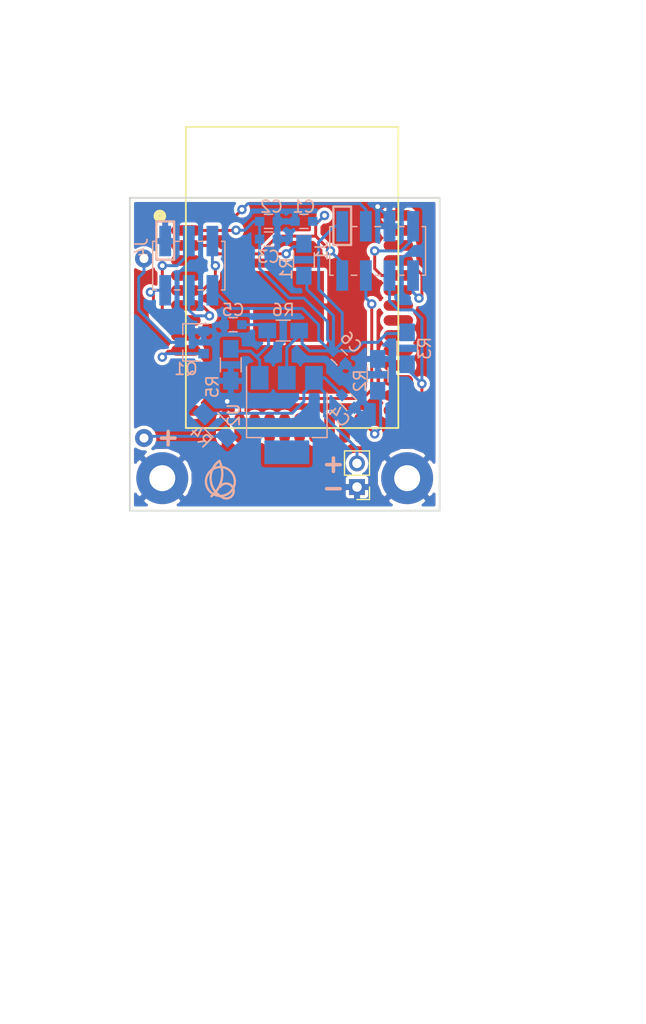
<source format=kicad_pcb>
(kicad_pcb (version 20170123) (host pcbnew no-vcs-found-33e0758~58~ubuntu16.04.1)

  (general
    (links 48)
    (no_connects 0)
    (area 89.25 36 144.000001 122.750001)
    (thickness 1.6)
    (drawings 25)
    (tracks 267)
    (zones 0)
    (modules 21)
    (nets 41)
  )

  (page A4)
  (layers
    (0 F.Cu signal)
    (31 B.Cu signal)
    (32 B.Adhes user)
    (33 F.Adhes user)
    (34 B.Paste user)
    (35 F.Paste user)
    (36 B.SilkS user)
    (37 F.SilkS user)
    (38 B.Mask user)
    (39 F.Mask user)
    (40 Dwgs.User user)
    (41 Cmts.User user)
    (42 Eco1.User user)
    (43 Eco2.User user)
    (44 Edge.Cuts user)
    (45 Margin user)
    (46 B.CrtYd user)
    (47 F.CrtYd user)
    (48 B.Fab user hide)
    (49 F.Fab user hide)
  )

  (setup
    (last_trace_width 0.25)
    (trace_clearance 0.2)
    (zone_clearance 0.28)
    (zone_45_only no)
    (trace_min 0.2)
    (segment_width 0.2)
    (edge_width 0.15)
    (via_size 0.8)
    (via_drill 0.4)
    (via_min_size 0.4)
    (via_min_drill 0.3)
    (uvia_size 0.3)
    (uvia_drill 0.1)
    (uvias_allowed no)
    (uvia_min_size 0.2)
    (uvia_min_drill 0.1)
    (pcb_text_width 0.3)
    (pcb_text_size 1.5 1.5)
    (mod_edge_width 0.15)
    (mod_text_size 1 1)
    (mod_text_width 0.15)
    (pad_size 2.5 0.9)
    (pad_drill 0)
    (pad_to_mask_clearance 0.2)
    (aux_axis_origin 0 0)
    (visible_elements FFFFFF7F)
    (pcbplotparams
      (layerselection 0x010f0_ffffffff)
      (usegerberextensions false)
      (excludeedgelayer true)
      (linewidth 0.100000)
      (plotframeref false)
      (viasonmask false)
      (mode 1)
      (useauxorigin false)
      (hpglpennumber 1)
      (hpglpenspeed 20)
      (hpglpendiameter 15)
      (psnegative false)
      (psa4output false)
      (plotreference true)
      (plotvalue true)
      (plotinvisibletext false)
      (padsonsilk false)
      (subtractmaskfromsilk false)
      (outputformat 1)
      (mirror false)
      (drillshape 0)
      (scaleselection 1)
      (outputdirectory /home/jtm/dropbuzzer/pcb/dropbuzzer_gerbers/))
  )

  (net 0 "")
  (net 1 "Net-(BZ1-Pad1)")
  (net 2 "Net-(BZ1-Pad2)")
  (net 3 GND)
  (net 4 /EN)
  (net 5 VDD)
  (net 6 +9V)
  (net 7 "Net-(C5-Pad1)")
  (net 8 /P8)
  (net 9 /P7)
  (net 10 /P6)
  (net 11 /P4)
  (net 12 /P3)
  (net 13 /IO34)
  (net 14 /IO35)
  (net 15 /IO32)
  (net 16 /IO33)
  (net 17 /T)
  (net 18 "Net-(R2-Pad1)")
  (net 19 "Net-(U1-Pad37)")
  (net 20 "Net-(U1-Pad36)")
  (net 21 "Net-(U1-Pad33)")
  (net 22 "Net-(U1-Pad32)")
  (net 23 "Net-(U1-Pad31)")
  (net 24 "Net-(U1-Pad29)")
  (net 25 "Net-(U1-Pad28)")
  (net 26 "Net-(U1-Pad27)")
  (net 27 "Net-(U1-Pad26)")
  (net 28 "Net-(U1-Pad23)")
  (net 29 "Net-(U1-Pad22)")
  (net 30 "Net-(U1-Pad21)")
  (net 31 "Net-(U1-Pad20)")
  (net 32 "Net-(U1-Pad19)")
  (net 33 "Net-(U1-Pad18)")
  (net 34 "Net-(U1-Pad17)")
  (net 35 "Net-(U1-Pad14)")
  (net 36 "Net-(U1-Pad13)")
  (net 37 "Net-(U1-Pad12)")
  (net 38 "Net-(U1-Pad11)")
  (net 39 "Net-(U1-Pad5)")
  (net 40 "Net-(U1-Pad4)")

  (net_class Default "This is the default net class."
    (clearance 0.2)
    (trace_width 0.25)
    (via_dia 0.8)
    (via_drill 0.4)
    (uvia_dia 0.3)
    (uvia_drill 0.1)
    (add_net +9V)
    (add_net /EN)
    (add_net /IO32)
    (add_net /IO33)
    (add_net /IO34)
    (add_net /IO35)
    (add_net /P3)
    (add_net /P4)
    (add_net /P6)
    (add_net /P7)
    (add_net /P8)
    (add_net /T)
    (add_net GND)
    (add_net "Net-(BZ1-Pad1)")
    (add_net "Net-(BZ1-Pad2)")
    (add_net "Net-(C5-Pad1)")
    (add_net "Net-(R2-Pad1)")
    (add_net "Net-(U1-Pad11)")
    (add_net "Net-(U1-Pad12)")
    (add_net "Net-(U1-Pad13)")
    (add_net "Net-(U1-Pad14)")
    (add_net "Net-(U1-Pad17)")
    (add_net "Net-(U1-Pad18)")
    (add_net "Net-(U1-Pad19)")
    (add_net "Net-(U1-Pad20)")
    (add_net "Net-(U1-Pad21)")
    (add_net "Net-(U1-Pad22)")
    (add_net "Net-(U1-Pad23)")
    (add_net "Net-(U1-Pad26)")
    (add_net "Net-(U1-Pad27)")
    (add_net "Net-(U1-Pad28)")
    (add_net "Net-(U1-Pad29)")
    (add_net "Net-(U1-Pad31)")
    (add_net "Net-(U1-Pad32)")
    (add_net "Net-(U1-Pad33)")
    (add_net "Net-(U1-Pad36)")
    (add_net "Net-(U1-Pad37)")
    (add_net "Net-(U1-Pad4)")
    (add_net "Net-(U1-Pad5)")
    (add_net VDD)
  )

  (module Mounting_Holes:MountingHole_2.2mm_M2_Pad (layer F.Cu) (tedit 5AB05254) (tstamp 5AB09B54)
    (at 103 76.5)
    (descr "Mounting Hole 2.2mm, M2")
    (tags "mounting hole 2.2mm m2")
    (attr virtual)
    (fp_text reference "" (at 0 -3.2) (layer F.SilkS)
      (effects (font (size 1 1) (thickness 0.15)))
    )
    (fp_text value MountingHole_2.2mm_M2 (at 0 3.2) (layer F.Fab)
      (effects (font (size 1 1) (thickness 0.15)))
    )
    (fp_text user %R (at 0.3 0) (layer F.Fab)
      (effects (font (size 1 1) (thickness 0.15)))
    )
    (fp_circle (center 0 0) (end 2.2 0) (layer Cmts.User) (width 0.15))
    (fp_circle (center 0 0) (end 2.45 0) (layer F.CrtYd) (width 0.05))
    (pad 1 thru_hole circle (at 0 0) (size 4.4 4.4) (drill 2.2) (layers *.Cu *.Mask)
      (net 3 GND))
  )

  (module buzzer_lib:buzzer (layer F.Cu) (tedit 5AB051FE) (tstamp 5AAFE6E6)
    (at 101.5 65.5 180)
    (path /5A9DB9AA)
    (fp_text reference "" (at -3.535534 14.849242 180) (layer F.SilkS)
      (effects (font (size 1 1) (thickness 0.15)))
    )
    (fp_text value Buzzer (at 0.15 -2.7 180) (layer F.Fab)
      (effects (font (size 1 1) (thickness 0.15)))
    )
    (pad 1 thru_hole circle (at 0.05 -7.6 180) (size 1.524 1.524) (drill 0.762) (layers *.Cu *.Mask)
      (net 1 "Net-(BZ1-Pad1)"))
    (pad 2 thru_hole circle (at 0.05 7.6 180) (size 1.524 1.524) (drill 0.762) (layers *.Cu *.Mask)
      (net 2 "Net-(BZ1-Pad2)"))
    (model ${KISYS3DMOD}/Buzzers_Beepers.3dshapes/MagneticBuzzer_StarMicronics_HMB-06_HMB-12.wrl
      (at (xyz 0.1574803149606299 -0.2952755905511811 0.01968503937007874))
      (scale (xyz 2 2 2))
      (rotate (xyz 90 180 90))
    )
  )

  (module Mounting_Holes:MountingHole_2.2mm_M2_Pad (layer F.Cu) (tedit 5AB05254) (tstamp 5AB0601E)
    (at 123.75 76.5)
    (descr "Mounting Hole 2.2mm, M2")
    (tags "mounting hole 2.2mm m2")
    (attr virtual)
    (fp_text reference "" (at 0 -3.2) (layer F.SilkS)
      (effects (font (size 1 1) (thickness 0.15)))
    )
    (fp_text value MountingHole_2.2mm_M2 (at 0 3.2) (layer F.Fab)
      (effects (font (size 1 1) (thickness 0.15)))
    )
    (fp_circle (center 0 0) (end 2.45 0) (layer F.CrtYd) (width 0.05))
    (fp_circle (center 0 0) (end 2.2 0) (layer Cmts.User) (width 0.15))
    (fp_text user %R (at 0.3 0) (layer F.Fab)
      (effects (font (size 1 1) (thickness 0.15)))
    )
    (pad 1 thru_hole circle (at 0 0) (size 4.4 4.4) (drill 2.2) (layers *.Cu *.Mask)
      (net 3 GND))
  )

  (module ESP32-footprints-Lib:ESP32-WROOM (layer F.Cu) (tedit 5AB05816) (tstamp 5AAFE85E)
    (at 114 59.5 180)
    (path /5A9D80CD)
    (fp_text reference "" (at 12.75 5.75 180) (layer F.SilkS)
      (effects (font (size 1 1) (thickness 0.15)))
    )
    (fp_text value ESP32-WROOM (at 5.715 14.224 180) (layer F.Fab)
      (effects (font (size 1 1) (thickness 0.15)))
    )
    (fp_text user "" (at -6.858 -0.889 270) (layer F.SilkS)
      (effects (font (size 1 1) (thickness 0.15)))
    )
    (fp_circle (center 11.206 5.204) (end 11.333 5.458) (layer F.SilkS) (width 0.5))
    (fp_text user "" (at -5.207 0.254 270) (layer F.SilkS)
      (effects (font (size 1 1) (thickness 0.15)))
    )
    (fp_line (start -9 6.75) (end 9 6.75) (layer F.SilkS) (width 0.15))
    (fp_line (start 9 12.75) (end 9 -12.75) (layer F.SilkS) (width 0.15))
    (fp_line (start -9 12.75) (end -9 -12.75) (layer F.SilkS) (width 0.15))
    (fp_line (start -9 -12.75) (end 9 -12.75) (layer F.SilkS) (width 0.15))
    (fp_line (start -9 12.75) (end 9 12.75) (layer F.SilkS) (width 0.15))
    (pad 38 smd oval (at -9 5.25 180) (size 2.5 0.9) (layers F.Cu F.Paste F.Mask)
      (net 3 GND))
    (pad 37 smd oval (at -9 3.98 180) (size 2.5 0.9) (layers F.Cu F.Paste F.Mask)
      (net 19 "Net-(U1-Pad37)"))
    (pad 36 smd oval (at -9 2.71 180) (size 2.5 0.9) (layers F.Cu F.Paste F.Mask)
      (net 20 "Net-(U1-Pad36)"))
    (pad 35 smd oval (at -9 1.44 180) (size 2.5 0.9) (layers F.Cu F.Paste F.Mask)
      (net 8 /P8))
    (pad 34 smd oval (at -9 0.17 180) (size 2.5 0.9) (layers F.Cu F.Paste F.Mask)
      (net 9 /P7))
    (pad 33 smd oval (at -9 -1.1 180) (size 2.5 0.9) (layers F.Cu F.Paste F.Mask)
      (net 21 "Net-(U1-Pad33)"))
    (pad 32 smd oval (at -9 -2.37 180) (size 2.5 0.9) (layers F.Cu F.Paste F.Mask)
      (net 22 "Net-(U1-Pad32)"))
    (pad 31 smd oval (at -9 -3.64 180) (size 2.5 0.9) (layers F.Cu F.Paste F.Mask)
      (net 23 "Net-(U1-Pad31)"))
    (pad 30 smd oval (at -9 -4.91 180) (size 2.5 0.9) (layers F.Cu F.Paste F.Mask))
    (pad 29 smd oval (at -9 -6.18 180) (size 2.5 0.9) (layers F.Cu F.Paste F.Mask)
      (net 24 "Net-(U1-Pad29)"))
    (pad 28 smd oval (at -9 -7.45 180) (size 2.5 0.9) (layers F.Cu F.Paste F.Mask)
      (net 25 "Net-(U1-Pad28)"))
    (pad 27 smd oval (at -9 -8.72 180) (size 2.5 0.9) (layers F.Cu F.Paste F.Mask)
      (net 26 "Net-(U1-Pad27)"))
    (pad 26 smd oval (at -9 -9.99 180) (size 2.5 0.9) (layers F.Cu F.Paste F.Mask)
      (net 27 "Net-(U1-Pad26)"))
    (pad 25 smd oval (at -9 -11.26 180) (size 2.5 0.9) (layers F.Cu F.Paste F.Mask)
      (net 10 /P6))
    (pad 24 smd oval (at -5.715 -12.75 180) (size 0.9 2.5) (layers F.Cu F.Paste F.Mask)
      (net 18 "Net-(R2-Pad1)"))
    (pad 23 smd oval (at -4.445 -12.75 180) (size 0.9 2.5) (layers F.Cu F.Paste F.Mask)
      (net 28 "Net-(U1-Pad23)"))
    (pad 22 smd oval (at -3.175 -12.75 180) (size 0.9 2.5) (layers F.Cu F.Paste F.Mask)
      (net 29 "Net-(U1-Pad22)"))
    (pad 21 smd oval (at -1.905 -12.75 180) (size 0.9 2.5) (layers F.Cu F.Paste F.Mask)
      (net 30 "Net-(U1-Pad21)"))
    (pad 20 smd oval (at -0.635 -12.75 180) (size 0.9 2.5) (layers F.Cu F.Paste F.Mask)
      (net 31 "Net-(U1-Pad20)"))
    (pad 19 smd oval (at 0.635 -12.75 180) (size 0.9 2.5) (layers F.Cu F.Paste F.Mask)
      (net 32 "Net-(U1-Pad19)"))
    (pad 18 smd oval (at 1.905 -12.75 180) (size 0.9 2.5) (layers F.Cu F.Paste F.Mask)
      (net 33 "Net-(U1-Pad18)"))
    (pad 17 smd oval (at 3.175 -12.75 180) (size 0.9 2.5) (layers F.Cu F.Paste F.Mask)
      (net 34 "Net-(U1-Pad17)"))
    (pad 16 smd oval (at 4.445 -12.75 180) (size 0.9 2.5) (layers F.Cu F.Paste F.Mask)
      (net 11 /P4))
    (pad 15 smd oval (at 5.715 -12.75 180) (size 0.9 2.5) (layers F.Cu F.Paste F.Mask)
      (net 3 GND))
    (pad 14 smd oval (at 9 -11.26 180) (size 2.5 0.9) (layers F.Cu F.Paste F.Mask)
      (net 35 "Net-(U1-Pad14)"))
    (pad 13 smd oval (at 9 -9.99 180) (size 2.5 0.9) (layers F.Cu F.Paste F.Mask)
      (net 36 "Net-(U1-Pad13)"))
    (pad 12 smd oval (at 9 -8.72 180) (size 2.5 0.9) (layers F.Cu F.Paste F.Mask)
      (net 37 "Net-(U1-Pad12)"))
    (pad 11 smd oval (at 9 -7.45 180) (size 2.5 0.9) (layers F.Cu F.Paste F.Mask)
      (net 38 "Net-(U1-Pad11)"))
    (pad 10 smd oval (at 9 -6.18 180) (size 2.5 0.9) (layers F.Cu F.Paste F.Mask)
      (net 17 /T))
    (pad 9 smd oval (at 9 -4.91 180) (size 2.5 0.9) (layers F.Cu F.Paste F.Mask)
      (net 16 /IO33))
    (pad 8 smd oval (at 9 -3.64 180) (size 2.5 0.9) (layers F.Cu F.Paste F.Mask)
      (net 15 /IO32))
    (pad 7 smd oval (at 9 -2.37 180) (size 2.5 0.9) (layers F.Cu F.Paste F.Mask)
      (net 14 /IO35))
    (pad 6 smd oval (at 9 -1.1 180) (size 2.5 0.9) (layers F.Cu F.Paste F.Mask)
      (net 13 /IO34))
    (pad 5 smd oval (at 9 0.17 180) (size 2.5 0.9) (layers F.Cu F.Paste F.Mask)
      (net 39 "Net-(U1-Pad5)"))
    (pad 4 smd oval (at 9 1.44 180) (size 2.5 0.9) (layers F.Cu F.Paste F.Mask)
      (net 40 "Net-(U1-Pad4)"))
    (pad 3 smd oval (at 9 2.71 180) (size 2.5 0.9) (layers F.Cu F.Paste F.Mask)
      (net 4 /EN))
    (pad 2 smd oval (at 9 3.98 180) (size 2.5 0.9) (layers F.Cu F.Paste F.Mask)
      (net 5 VDD))
    (pad 1 smd oval (at 9 5.25 180) (size 2.5 0.9) (layers F.Cu F.Paste F.Mask)
      (net 12 /P3))
    (pad 39 smd rect (at 0.3 -2.45 180) (size 6 6) (layers F.Cu F.Paste F.Mask)
      (net 3 GND))
    (model ${KIPRJMOD}/ESP32-footprints-Lib.pretty/KiCAD-ESP-WROOM-32.wrl
      (at (xyz 0 0 0))
      (scale (xyz 1 1 1))
      (rotate (xyz 0 0 0))
    )
  )

  (module Pin_Headers:Pin_Header_Straight_2x03_Pitch2.00mm_SMD (layer B.Cu) (tedit 5AB04A3C) (tstamp 5AAFE7B0)
    (at 105.25 58.5 270)
    (descr "surface-mounted straight pin header, 2x03, 2.00mm pitch, double rows")
    (tags "Surface mounted pin header SMD 2x03 2.00mm double row")
    (path /5AAFE2AD)
    (attr smd)
    (fp_text reference J4 (at -1.5 4 270) (layer B.SilkS)
      (effects (font (size 1 1) (thickness 0.15)) (justify mirror))
    )
    (fp_text value CONN_01X06 (at 0 -4.06 270) (layer B.Fab)
      (effects (font (size 1 1) (thickness 0.15)) (justify mirror))
    )
    (fp_text user %R (at 0 0 180) (layer B.Fab)
      (effects (font (size 1 1) (thickness 0.15)) (justify mirror))
    )
    (fp_line (start 4.9 3.5) (end -4.9 3.5) (layer B.CrtYd) (width 0.05))
    (fp_line (start 4.9 -3.5) (end 4.9 3.5) (layer B.CrtYd) (width 0.05))
    (fp_line (start -4.9 -3.5) (end 4.9 -3.5) (layer B.CrtYd) (width 0.05))
    (fp_line (start -4.9 3.5) (end -4.9 -3.5) (layer B.CrtYd) (width 0.05))
    (fp_line (start 2.06 -0.76) (end 2.06 -1.24) (layer B.SilkS) (width 0.12))
    (fp_line (start -2.06 -0.76) (end -2.06 -1.24) (layer B.SilkS) (width 0.12))
    (fp_line (start 2.06 1.24) (end 2.06 0.76) (layer B.SilkS) (width 0.12))
    (fp_line (start -2.06 1.24) (end -2.06 0.76) (layer B.SilkS) (width 0.12))
    (fp_line (start 2.06 -2.76) (end 2.06 -3.06) (layer B.SilkS) (width 0.12))
    (fp_line (start -2.06 -2.76) (end -2.06 -3.06) (layer B.SilkS) (width 0.12))
    (fp_line (start 2.06 3.06) (end 2.06 2.76) (layer B.SilkS) (width 0.12))
    (fp_line (start -2.06 3.06) (end -2.06 2.76) (layer B.SilkS) (width 0.12))
    (fp_line (start -3.315 2.76) (end -2.06 2.76) (layer B.SilkS) (width 0.12))
    (fp_line (start -2.06 -3.06) (end 2.06 -3.06) (layer B.SilkS) (width 0.12))
    (fp_line (start -2.06 3.06) (end 2.06 3.06) (layer B.SilkS) (width 0.12))
    (fp_line (start 2.875 -2.25) (end 2 -2.25) (layer B.Fab) (width 0.1))
    (fp_line (start 2.875 -1.75) (end 2.875 -2.25) (layer B.Fab) (width 0.1))
    (fp_line (start 2 -1.75) (end 2.875 -1.75) (layer B.Fab) (width 0.1))
    (fp_line (start -2.875 -2.25) (end -2 -2.25) (layer B.Fab) (width 0.1))
    (fp_line (start -2.875 -1.75) (end -2.875 -2.25) (layer B.Fab) (width 0.1))
    (fp_line (start -2 -1.75) (end -2.875 -1.75) (layer B.Fab) (width 0.1))
    (fp_line (start 2.875 -0.25) (end 2 -0.25) (layer B.Fab) (width 0.1))
    (fp_line (start 2.875 0.25) (end 2.875 -0.25) (layer B.Fab) (width 0.1))
    (fp_line (start 2 0.25) (end 2.875 0.25) (layer B.Fab) (width 0.1))
    (fp_line (start -2.875 -0.25) (end -2 -0.25) (layer B.Fab) (width 0.1))
    (fp_line (start -2.875 0.25) (end -2.875 -0.25) (layer B.Fab) (width 0.1))
    (fp_line (start -2 0.25) (end -2.875 0.25) (layer B.Fab) (width 0.1))
    (fp_line (start 2.875 1.75) (end 2 1.75) (layer B.Fab) (width 0.1))
    (fp_line (start 2.875 2.25) (end 2.875 1.75) (layer B.Fab) (width 0.1))
    (fp_line (start 2 2.25) (end 2.875 2.25) (layer B.Fab) (width 0.1))
    (fp_line (start -2.875 1.75) (end -2 1.75) (layer B.Fab) (width 0.1))
    (fp_line (start -2.875 2.25) (end -2.875 1.75) (layer B.Fab) (width 0.1))
    (fp_line (start -2 2.25) (end -2.875 2.25) (layer B.Fab) (width 0.1))
    (fp_line (start 2 3) (end 2 -3) (layer B.Fab) (width 0.1))
    (fp_line (start -2 2.25) (end -1.25 3) (layer B.Fab) (width 0.1))
    (fp_line (start -2 -3) (end -2 2.25) (layer B.Fab) (width 0.1))
    (fp_line (start -1.25 3) (end 2 3) (layer B.Fab) (width 0.1))
    (fp_line (start 2 -3) (end -2 -3) (layer B.Fab) (width 0.1))
    (pad 6 smd rect (at 2.085 -2 270) (size 2.58 1) (layers B.Cu B.Paste B.Mask)
      (net 5 VDD))
    (pad 5 smd rect (at -2.085 -2 270) (size 2.58 1) (layers B.Cu B.Paste B.Mask)
      (net 13 /IO34))
    (pad 4 smd rect (at 2.085 0 270) (size 2.58 1) (layers B.Cu B.Paste B.Mask)
      (net 14 /IO35))
    (pad 3 smd rect (at -2.085 0 270) (size 2.58 1) (layers B.Cu B.Paste B.Mask)
      (net 15 /IO32))
    (pad 2 smd rect (at 2.085 2 270) (size 2.58 1) (layers B.Cu B.Paste B.Mask)
      (net 16 /IO33))
    (pad 1 smd rect (at -2.085 2 270) (size 2.58 1) (layers B.Cu B.Paste B.Mask)
      (net 3 GND))
    (model ${KISYS3DMOD}/Pin_Headers.3dshapes/Pin_Header_Straight_2x03_Pitch2.00mm_SMD.wrl
      (at (xyz 0 0 0))
      (scale (xyz 1 1 1))
      (rotate (xyz 0 0 0))
    )
  )

  (module Pin_Headers:Pin_Header_Straight_2x04_Pitch2.00mm_SMD (layer B.Cu) (tedit 5AB057E1) (tstamp 5AAFE76A)
    (at 121.25 57.25 270)
    (descr "surface-mounted straight pin header, 2x04, 2.00mm pitch, double rows")
    (tags "Surface mounted pin header SMD 2x04 2.00mm double row")
    (path /5A9D814A)
    (attr smd)
    (fp_text reference J1 (at 0 4.75 270) (layer B.SilkS)
      (effects (font (size 1 1) (thickness 0.15)) (justify mirror))
    )
    (fp_text value Conn_02x04_Counter_Clockwise (at 0 -5.06 270) (layer B.Fab)
      (effects (font (size 1 1) (thickness 0.15)) (justify mirror))
    )
    (fp_line (start 2 -4) (end -2 -4) (layer B.Fab) (width 0.1))
    (fp_line (start -1.25 4) (end 2 4) (layer B.Fab) (width 0.1))
    (fp_line (start -2 -4) (end -2 3.25) (layer B.Fab) (width 0.1))
    (fp_line (start -2 3.25) (end -1.25 4) (layer B.Fab) (width 0.1))
    (fp_line (start 2 4) (end 2 -4) (layer B.Fab) (width 0.1))
    (fp_line (start -2 3.25) (end -2.875 3.25) (layer B.Fab) (width 0.1))
    (fp_line (start -2.875 3.25) (end -2.875 2.75) (layer B.Fab) (width 0.1))
    (fp_line (start -2.875 2.75) (end -2 2.75) (layer B.Fab) (width 0.1))
    (fp_line (start 2 3.25) (end 2.875 3.25) (layer B.Fab) (width 0.1))
    (fp_line (start 2.875 3.25) (end 2.875 2.75) (layer B.Fab) (width 0.1))
    (fp_line (start 2.875 2.75) (end 2 2.75) (layer B.Fab) (width 0.1))
    (fp_line (start -2 1.25) (end -2.875 1.25) (layer B.Fab) (width 0.1))
    (fp_line (start -2.875 1.25) (end -2.875 0.75) (layer B.Fab) (width 0.1))
    (fp_line (start -2.875 0.75) (end -2 0.75) (layer B.Fab) (width 0.1))
    (fp_line (start 2 1.25) (end 2.875 1.25) (layer B.Fab) (width 0.1))
    (fp_line (start 2.875 1.25) (end 2.875 0.75) (layer B.Fab) (width 0.1))
    (fp_line (start 2.875 0.75) (end 2 0.75) (layer B.Fab) (width 0.1))
    (fp_line (start -2 -0.75) (end -2.875 -0.75) (layer B.Fab) (width 0.1))
    (fp_line (start -2.875 -0.75) (end -2.875 -1.25) (layer B.Fab) (width 0.1))
    (fp_line (start -2.875 -1.25) (end -2 -1.25) (layer B.Fab) (width 0.1))
    (fp_line (start 2 -0.75) (end 2.875 -0.75) (layer B.Fab) (width 0.1))
    (fp_line (start 2.875 -0.75) (end 2.875 -1.25) (layer B.Fab) (width 0.1))
    (fp_line (start 2.875 -1.25) (end 2 -1.25) (layer B.Fab) (width 0.1))
    (fp_line (start -2 -2.75) (end -2.875 -2.75) (layer B.Fab) (width 0.1))
    (fp_line (start -2.875 -2.75) (end -2.875 -3.25) (layer B.Fab) (width 0.1))
    (fp_line (start -2.875 -3.25) (end -2 -3.25) (layer B.Fab) (width 0.1))
    (fp_line (start 2 -2.75) (end 2.875 -2.75) (layer B.Fab) (width 0.1))
    (fp_line (start 2.875 -2.75) (end 2.875 -3.25) (layer B.Fab) (width 0.1))
    (fp_line (start 2.875 -3.25) (end 2 -3.25) (layer B.Fab) (width 0.1))
    (fp_line (start -2.06 4.06) (end 2.06 4.06) (layer B.SilkS) (width 0.12))
    (fp_line (start -2.06 -4.06) (end 2.06 -4.06) (layer B.SilkS) (width 0.12))
    (fp_line (start -3.315 3.76) (end -2.06 3.76) (layer B.SilkS) (width 0.12))
    (fp_line (start -2.06 4.06) (end -2.06 3.76) (layer B.SilkS) (width 0.12))
    (fp_line (start 2.06 4.06) (end 2.06 3.76) (layer B.SilkS) (width 0.12))
    (fp_line (start -2.06 -3.76) (end -2.06 -4.06) (layer B.SilkS) (width 0.12))
    (fp_line (start 2.06 -3.76) (end 2.06 -4.06) (layer B.SilkS) (width 0.12))
    (fp_line (start -2.06 2.24) (end -2.06 1.76) (layer B.SilkS) (width 0.12))
    (fp_line (start 2.06 2.24) (end 2.06 1.76) (layer B.SilkS) (width 0.12))
    (fp_line (start -2.06 0.24) (end -2.06 -0.24) (layer B.SilkS) (width 0.12))
    (fp_line (start 2.06 0.24) (end 2.06 -0.24) (layer B.SilkS) (width 0.12))
    (fp_line (start -2.06 -1.76) (end -2.06 -2.24) (layer B.SilkS) (width 0.12))
    (fp_line (start 2.06 -1.76) (end 2.06 -2.24) (layer B.SilkS) (width 0.12))
    (fp_line (start -4.9 4.5) (end -4.9 -4.5) (layer B.CrtYd) (width 0.05))
    (fp_line (start -4.9 -4.5) (end 4.9 -4.5) (layer B.CrtYd) (width 0.05))
    (fp_line (start 4.9 -4.5) (end 4.9 4.5) (layer B.CrtYd) (width 0.05))
    (fp_line (start 4.9 4.5) (end -4.9 4.5) (layer B.CrtYd) (width 0.05))
    (fp_text user %R (at 0 0 180) (layer B.Fab)
      (effects (font (size 1 1) (thickness 0.15)) (justify mirror))
    )
    (pad 1 smd rect (at -2.085 3 270) (size 2.58 1) (layers B.Cu B.Paste B.Mask)
      (net 5 VDD))
    (pad 2 smd rect (at 2.085 3 270) (size 2.58 1) (layers B.Cu B.Paste B.Mask)
      (net 4 /EN))
    (pad 3 smd rect (at -2.085 1 270) (size 2.58 1) (layers B.Cu B.Paste B.Mask)
      (net 12 /P3))
    (pad 4 smd rect (at 2.085 1 270) (size 2.58 1) (layers B.Cu B.Paste B.Mask)
      (net 11 /P4))
    (pad 5 smd rect (at -2.085 -1 270) (size 2.58 1) (layers B.Cu B.Paste B.Mask)
      (net 3 GND))
    (pad 6 smd rect (at 2.085 -1 270) (size 2.58 1) (layers B.Cu B.Paste B.Mask)
      (net 10 /P6))
    (pad 7 smd rect (at -2.085 -3 270) (size 2.58 1) (layers B.Cu B.Paste B.Mask)
      (net 9 /P7))
    (pad 8 smd rect (at 2.085 -3 270) (size 2.58 1) (layers B.Cu B.Paste B.Mask)
      (net 8 /P8))
    (model ${KISYS3DMOD}/Pin_Headers.3dshapes/Pin_Header_Straight_2x04_Pitch2.00mm_SMD.wrl
      (at (xyz 0 0 0))
      (scale (xyz 1 1 1))
      (rotate (xyz 0 0 0))
    )
  )

  (module TO_SOT_Packages_SMD:SOT-23 (layer B.Cu) (tedit 5AB0503F) (tstamp 5AAFE7C5)
    (at 105.5 65 180)
    (descr "SOT-23, Standard")
    (tags SOT-23)
    (path /5A9DB4E2)
    (attr smd)
    (fp_text reference Q1 (at 0.5 -2.25) (layer B.SilkS)
      (effects (font (size 1 1) (thickness 0.15)) (justify mirror))
    )
    (fp_text value 2N2219 (at 0 -2.5 180) (layer B.Fab)
      (effects (font (size 1 1) (thickness 0.15)) (justify mirror))
    )
    (fp_text user %R (at 0 0 90) (layer B.Fab)
      (effects (font (size 0.5 0.5) (thickness 0.075)) (justify mirror))
    )
    (fp_line (start -0.7 0.95) (end -0.7 -1.5) (layer B.Fab) (width 0.1))
    (fp_line (start -0.15 1.52) (end 0.7 1.52) (layer B.Fab) (width 0.1))
    (fp_line (start -0.7 0.95) (end -0.15 1.52) (layer B.Fab) (width 0.1))
    (fp_line (start 0.7 1.52) (end 0.7 -1.52) (layer B.Fab) (width 0.1))
    (fp_line (start -0.7 -1.52) (end 0.7 -1.52) (layer B.Fab) (width 0.1))
    (fp_line (start 0.76 -1.58) (end 0.76 -0.65) (layer B.SilkS) (width 0.12))
    (fp_line (start 0.76 1.58) (end 0.76 0.65) (layer B.SilkS) (width 0.12))
    (fp_line (start -1.7 1.75) (end 1.7 1.75) (layer B.CrtYd) (width 0.05))
    (fp_line (start 1.7 1.75) (end 1.7 -1.75) (layer B.CrtYd) (width 0.05))
    (fp_line (start 1.7 -1.75) (end -1.7 -1.75) (layer B.CrtYd) (width 0.05))
    (fp_line (start -1.7 -1.75) (end -1.7 1.75) (layer B.CrtYd) (width 0.05))
    (fp_line (start 0.76 1.58) (end -1.4 1.58) (layer B.SilkS) (width 0.12))
    (fp_line (start 0.76 -1.58) (end -0.7 -1.58) (layer B.SilkS) (width 0.12))
    (pad 1 smd rect (at -1 0.95 180) (size 0.9 0.8) (layers B.Cu B.Paste B.Mask)
      (net 3 GND))
    (pad 2 smd rect (at -1 -0.95 180) (size 0.9 0.8) (layers B.Cu B.Paste B.Mask)
      (net 17 /T))
    (pad 3 smd rect (at 1 0 180) (size 0.9 0.8) (layers B.Cu B.Paste B.Mask)
      (net 2 "Net-(BZ1-Pad2)"))
    (model ${KISYS3DMOD}/TO_SOT_Packages_SMD.3dshapes/SOT-23.wrl
      (at (xyz 0 0 0))
      (scale (xyz 1 1 1))
      (rotate (xyz 0 0 0))
    )
  )

  (module Capacitors_SMD:C_0603 (layer B.Cu) (tedit 5AB049CC) (tstamp 5AAFE6F7)
    (at 115 54.75 180)
    (descr "Capacitor SMD 0603, reflow soldering, AVX (see smccp.pdf)")
    (tags "capacitor 0603")
    (path /5A9D95FE)
    (attr smd)
    (fp_text reference C1 (at 0 1.25 180) (layer B.SilkS)
      (effects (font (size 1 1) (thickness 0.15)) (justify mirror))
    )
    (fp_text value 1nF (at 0 -1.5 180) (layer B.Fab)
      (effects (font (size 1 1) (thickness 0.15)) (justify mirror))
    )
    (fp_line (start 1.4 -0.65) (end -1.4 -0.65) (layer B.CrtYd) (width 0.05))
    (fp_line (start 1.4 -0.65) (end 1.4 0.65) (layer B.CrtYd) (width 0.05))
    (fp_line (start -1.4 0.65) (end -1.4 -0.65) (layer B.CrtYd) (width 0.05))
    (fp_line (start -1.4 0.65) (end 1.4 0.65) (layer B.CrtYd) (width 0.05))
    (fp_line (start 0.35 -0.6) (end -0.35 -0.6) (layer B.SilkS) (width 0.12))
    (fp_line (start -0.35 0.6) (end 0.35 0.6) (layer B.SilkS) (width 0.12))
    (fp_line (start -0.8 0.4) (end 0.8 0.4) (layer B.Fab) (width 0.1))
    (fp_line (start 0.8 0.4) (end 0.8 -0.4) (layer B.Fab) (width 0.1))
    (fp_line (start 0.8 -0.4) (end -0.8 -0.4) (layer B.Fab) (width 0.1))
    (fp_line (start -0.8 -0.4) (end -0.8 0.4) (layer B.Fab) (width 0.1))
    (fp_text user %R (at 0 0 180) (layer B.Fab)
      (effects (font (size 0.3 0.3) (thickness 0.075)) (justify mirror))
    )
    (pad 2 smd rect (at 0.75 0 180) (size 0.8 0.75) (layers B.Cu B.Paste B.Mask)
      (net 3 GND))
    (pad 1 smd rect (at -0.75 0 180) (size 0.8 0.75) (layers B.Cu B.Paste B.Mask)
      (net 4 /EN))
    (model Capacitors_SMD.3dshapes/C_0603.wrl
      (at (xyz 0 0 0))
      (scale (xyz 1 1 1))
      (rotate (xyz 0 0 0))
    )
  )

  (module Capacitors_SMD:C_0603 (layer B.Cu) (tedit 5AB049C8) (tstamp 5AAFE708)
    (at 112 54.75)
    (descr "Capacitor SMD 0603, reflow soldering, AVX (see smccp.pdf)")
    (tags "capacitor 0603")
    (path /5A9D9228)
    (attr smd)
    (fp_text reference C2 (at 0.25 -1.25) (layer B.SilkS)
      (effects (font (size 1 1) (thickness 0.15)) (justify mirror))
    )
    (fp_text value 100uF (at 0 -1.5) (layer B.Fab)
      (effects (font (size 1 1) (thickness 0.15)) (justify mirror))
    )
    (fp_line (start 1.4 -0.65) (end -1.4 -0.65) (layer B.CrtYd) (width 0.05))
    (fp_line (start 1.4 -0.65) (end 1.4 0.65) (layer B.CrtYd) (width 0.05))
    (fp_line (start -1.4 0.65) (end -1.4 -0.65) (layer B.CrtYd) (width 0.05))
    (fp_line (start -1.4 0.65) (end 1.4 0.65) (layer B.CrtYd) (width 0.05))
    (fp_line (start 0.35 -0.6) (end -0.35 -0.6) (layer B.SilkS) (width 0.12))
    (fp_line (start -0.35 0.6) (end 0.35 0.6) (layer B.SilkS) (width 0.12))
    (fp_line (start -0.8 0.4) (end 0.8 0.4) (layer B.Fab) (width 0.1))
    (fp_line (start 0.8 0.4) (end 0.8 -0.4) (layer B.Fab) (width 0.1))
    (fp_line (start 0.8 -0.4) (end -0.8 -0.4) (layer B.Fab) (width 0.1))
    (fp_line (start -0.8 -0.4) (end -0.8 0.4) (layer B.Fab) (width 0.1))
    (fp_text user %R (at 0 0) (layer B.Fab)
      (effects (font (size 0.3 0.3) (thickness 0.075)) (justify mirror))
    )
    (pad 2 smd rect (at 0.75 0) (size 0.8 0.75) (layers B.Cu B.Paste B.Mask)
      (net 3 GND))
    (pad 1 smd rect (at -0.75 0) (size 0.8 0.75) (layers B.Cu B.Paste B.Mask)
      (net 5 VDD))
    (model Capacitors_SMD.3dshapes/C_0603.wrl
      (at (xyz 0 0 0))
      (scale (xyz 1 1 1))
      (rotate (xyz 0 0 0))
    )
  )

  (module Capacitors_SMD:C_0603 (layer B.Cu) (tedit 5AB04A5E) (tstamp 5AAFE719)
    (at 112 56.25)
    (descr "Capacitor SMD 0603, reflow soldering, AVX (see smccp.pdf)")
    (tags "capacitor 0603")
    (path /5A9D924F)
    (attr smd)
    (fp_text reference C3 (at 0 1.5) (layer B.SilkS)
      (effects (font (size 1 1) (thickness 0.15)) (justify mirror))
    )
    (fp_text value 1uF (at 0 -1.5) (layer B.Fab)
      (effects (font (size 1 1) (thickness 0.15)) (justify mirror))
    )
    (fp_text user %R (at 0 0) (layer B.Fab)
      (effects (font (size 0.3 0.3) (thickness 0.075)) (justify mirror))
    )
    (fp_line (start -0.8 -0.4) (end -0.8 0.4) (layer B.Fab) (width 0.1))
    (fp_line (start 0.8 -0.4) (end -0.8 -0.4) (layer B.Fab) (width 0.1))
    (fp_line (start 0.8 0.4) (end 0.8 -0.4) (layer B.Fab) (width 0.1))
    (fp_line (start -0.8 0.4) (end 0.8 0.4) (layer B.Fab) (width 0.1))
    (fp_line (start -0.35 0.6) (end 0.35 0.6) (layer B.SilkS) (width 0.12))
    (fp_line (start 0.35 -0.6) (end -0.35 -0.6) (layer B.SilkS) (width 0.12))
    (fp_line (start -1.4 0.65) (end 1.4 0.65) (layer B.CrtYd) (width 0.05))
    (fp_line (start -1.4 0.65) (end -1.4 -0.65) (layer B.CrtYd) (width 0.05))
    (fp_line (start 1.4 -0.65) (end 1.4 0.65) (layer B.CrtYd) (width 0.05))
    (fp_line (start 1.4 -0.65) (end -1.4 -0.65) (layer B.CrtYd) (width 0.05))
    (pad 1 smd rect (at -0.75 0) (size 0.8 0.75) (layers B.Cu B.Paste B.Mask)
      (net 5 VDD))
    (pad 2 smd rect (at 0.75 0) (size 0.8 0.75) (layers B.Cu B.Paste B.Mask)
      (net 3 GND))
    (model Capacitors_SMD.3dshapes/C_0603.wrl
      (at (xyz 0 0 0))
      (scale (xyz 1 1 1))
      (rotate (xyz 0 0 0))
    )
  )

  (module Capacitors_SMD:C_0603 (layer B.Cu) (tedit 5AB04AFD) (tstamp 5AAFE72A)
    (at 118.75 70 315)
    (descr "Capacitor SMD 0603, reflow soldering, AVX (see smccp.pdf)")
    (tags "capacitor 0603")
    (path /5A9D9C63)
    (attr smd)
    (fp_text reference C4 (at 0.353553 1.414214 315) (layer B.SilkS)
      (effects (font (size 1 1) (thickness 0.15)) (justify mirror))
    )
    (fp_text value 10uF (at 0 -1.5 315) (layer B.Fab)
      (effects (font (size 1 1) (thickness 0.15)) (justify mirror))
    )
    (fp_text user %R (at 0 0 315) (layer B.Fab)
      (effects (font (size 0.3 0.3) (thickness 0.075)) (justify mirror))
    )
    (fp_line (start -0.8 -0.4) (end -0.8 0.4) (layer B.Fab) (width 0.1))
    (fp_line (start 0.8 -0.4) (end -0.8 -0.4) (layer B.Fab) (width 0.1))
    (fp_line (start 0.8 0.4) (end 0.8 -0.4) (layer B.Fab) (width 0.1))
    (fp_line (start -0.8 0.4) (end 0.8 0.4) (layer B.Fab) (width 0.1))
    (fp_line (start -0.35 0.6) (end 0.35 0.6) (layer B.SilkS) (width 0.12))
    (fp_line (start 0.35 -0.6) (end -0.35 -0.6) (layer B.SilkS) (width 0.12))
    (fp_line (start -1.4 0.65) (end 1.4 0.65) (layer B.CrtYd) (width 0.05))
    (fp_line (start -1.4 0.65) (end -1.4 -0.65) (layer B.CrtYd) (width 0.05))
    (fp_line (start 1.4 -0.65) (end 1.4 0.65) (layer B.CrtYd) (width 0.05))
    (fp_line (start 1.4 -0.65) (end -1.4 -0.65) (layer B.CrtYd) (width 0.05))
    (pad 1 smd rect (at -0.75 0 315) (size 0.8 0.75) (layers B.Cu B.Paste B.Mask)
      (net 6 +9V))
    (pad 2 smd rect (at 0.75 0 315) (size 0.8 0.75) (layers B.Cu B.Paste B.Mask)
      (net 3 GND))
    (model Capacitors_SMD.3dshapes/C_0603.wrl
      (at (xyz 0 0 0))
      (scale (xyz 1 1 1))
      (rotate (xyz 0 0 0))
    )
  )

  (module Capacitors_SMD:C_0603 (layer B.Cu) (tedit 5AB04AA5) (tstamp 5AAFE73B)
    (at 109 63.5 180)
    (descr "Capacitor SMD 0603, reflow soldering, AVX (see smccp.pdf)")
    (tags "capacitor 0603")
    (path /5A9DA24D)
    (attr smd)
    (fp_text reference C5 (at 0 1.25 180) (layer B.SilkS)
      (effects (font (size 1 1) (thickness 0.15)) (justify mirror))
    )
    (fp_text value 10uF (at 0 -1.5 180) (layer B.Fab)
      (effects (font (size 1 1) (thickness 0.15)) (justify mirror))
    )
    (fp_text user %R (at 0 0 180) (layer B.Fab)
      (effects (font (size 0.3 0.3) (thickness 0.075)) (justify mirror))
    )
    (fp_line (start -0.8 -0.4) (end -0.8 0.4) (layer B.Fab) (width 0.1))
    (fp_line (start 0.8 -0.4) (end -0.8 -0.4) (layer B.Fab) (width 0.1))
    (fp_line (start 0.8 0.4) (end 0.8 -0.4) (layer B.Fab) (width 0.1))
    (fp_line (start -0.8 0.4) (end 0.8 0.4) (layer B.Fab) (width 0.1))
    (fp_line (start -0.35 0.6) (end 0.35 0.6) (layer B.SilkS) (width 0.12))
    (fp_line (start 0.35 -0.6) (end -0.35 -0.6) (layer B.SilkS) (width 0.12))
    (fp_line (start -1.4 0.65) (end 1.4 0.65) (layer B.CrtYd) (width 0.05))
    (fp_line (start -1.4 0.65) (end -1.4 -0.65) (layer B.CrtYd) (width 0.05))
    (fp_line (start 1.4 -0.65) (end 1.4 0.65) (layer B.CrtYd) (width 0.05))
    (fp_line (start 1.4 -0.65) (end -1.4 -0.65) (layer B.CrtYd) (width 0.05))
    (pad 1 smd rect (at -0.75 0 180) (size 0.8 0.75) (layers B.Cu B.Paste B.Mask)
      (net 7 "Net-(C5-Pad1)"))
    (pad 2 smd rect (at 0.75 0 180) (size 0.8 0.75) (layers B.Cu B.Paste B.Mask)
      (net 3 GND))
    (model Capacitors_SMD.3dshapes/C_0603.wrl
      (at (xyz 0 0 0))
      (scale (xyz 1 1 1))
      (rotate (xyz 0 0 0))
    )
  )

  (module Capacitors_SMD:C_0603 (layer B.Cu) (tedit 5AB22C20) (tstamp 5AAFE74C)
    (at 118 66.25 315)
    (descr "Capacitor SMD 0603, reflow soldering, AVX (see smccp.pdf)")
    (tags "capacitor 0603")
    (path /5A9DA441)
    (attr smd)
    (fp_text reference C6 (at -0.176777 -1.59099 315) (layer B.SilkS)
      (effects (font (size 1 1) (thickness 0.15)) (justify mirror))
    )
    (fp_text value 22uF (at 0 -1.5 315) (layer B.Fab)
      (effects (font (size 1 1) (thickness 0.15)) (justify mirror))
    )
    (fp_line (start 1.4 -0.65) (end -1.4 -0.65) (layer B.CrtYd) (width 0.05))
    (fp_line (start 1.4 -0.65) (end 1.4 0.65) (layer B.CrtYd) (width 0.05))
    (fp_line (start -1.4 0.65) (end -1.4 -0.65) (layer B.CrtYd) (width 0.05))
    (fp_line (start -1.4 0.65) (end 1.4 0.65) (layer B.CrtYd) (width 0.05))
    (fp_line (start 0.35 -0.6) (end -0.35 -0.6) (layer B.SilkS) (width 0.12))
    (fp_line (start -0.35 0.6) (end 0.35 0.6) (layer B.SilkS) (width 0.12))
    (fp_line (start -0.8 0.4) (end 0.8 0.4) (layer B.Fab) (width 0.1))
    (fp_line (start 0.8 0.4) (end 0.8 -0.4) (layer B.Fab) (width 0.1))
    (fp_line (start 0.8 -0.4) (end -0.8 -0.4) (layer B.Fab) (width 0.1))
    (fp_line (start -0.8 -0.4) (end -0.8 0.4) (layer B.Fab) (width 0.1))
    (fp_text user %R (at 0 0 315) (layer B.Fab)
      (effects (font (size 0.3 0.3) (thickness 0.075)) (justify mirror))
    )
    (pad 2 smd rect (at 0.75 0 315) (size 0.8 0.75) (layers B.Cu B.Paste B.Mask)
      (net 3 GND))
    (pad 1 smd rect (at -0.75 0 315) (size 0.8 0.75) (layers B.Cu B.Paste B.Mask)
      (net 5 VDD))
    (model Capacitors_SMD.3dshapes/C_0603.wrl
      (at (xyz 0 0 0))
      (scale (xyz 1 1 1))
      (rotate (xyz 0 0 0))
    )
  )

  (module Pin_Headers:Pin_Header_Straight_1x02_Pitch2.00mm (layer F.Cu) (tedit 5AB04BF5) (tstamp 5AAFE796)
    (at 119.5 77.25 180)
    (descr "Through hole straight pin header, 1x02, 2.00mm pitch, single row")
    (tags "Through hole pin header THT 1x02 2.00mm single row")
    (path /5AAFDD2E)
    (fp_text reference "" (at 0 -1.75 180) (layer F.SilkS)
      (effects (font (size 1 1) (thickness 0.15)))
    )
    (fp_text value PWR_IN (at 0 4.06 180) (layer F.Fab)
      (effects (font (size 1 1) (thickness 0.15)))
    )
    (fp_line (start -0.5 -1) (end 1 -1) (layer F.Fab) (width 0.1))
    (fp_line (start 1 -1) (end 1 3) (layer F.Fab) (width 0.1))
    (fp_line (start 1 3) (end -1 3) (layer F.Fab) (width 0.1))
    (fp_line (start -1 3) (end -1 -0.5) (layer F.Fab) (width 0.1))
    (fp_line (start -1 -0.5) (end -0.5 -1) (layer F.Fab) (width 0.1))
    (fp_line (start -1.06 3.06) (end 1.06 3.06) (layer F.SilkS) (width 0.12))
    (fp_line (start -1.06 1) (end -1.06 3.06) (layer F.SilkS) (width 0.12))
    (fp_line (start 1.06 1) (end 1.06 3.06) (layer F.SilkS) (width 0.12))
    (fp_line (start -1.06 1) (end 1.06 1) (layer F.SilkS) (width 0.12))
    (fp_line (start -1.06 0) (end -1.06 -1.06) (layer F.SilkS) (width 0.12))
    (fp_line (start -1.06 -1.06) (end 0 -1.06) (layer F.SilkS) (width 0.12))
    (fp_line (start -1.5 -1.5) (end -1.5 3.5) (layer F.CrtYd) (width 0.05))
    (fp_line (start -1.5 3.5) (end 1.5 3.5) (layer F.CrtYd) (width 0.05))
    (fp_line (start 1.5 3.5) (end 1.5 -1.5) (layer F.CrtYd) (width 0.05))
    (fp_line (start 1.5 -1.5) (end -1.5 -1.5) (layer F.CrtYd) (width 0.05))
    (fp_text user %R (at 0 1 270) (layer F.Fab)
      (effects (font (size 1 1) (thickness 0.15)))
    )
    (pad 1 thru_hole rect (at 0 0 180) (size 1.35 1.35) (drill 0.8) (layers *.Cu *.Mask)
      (net 3 GND))
    (pad 2 thru_hole oval (at 0 2 180) (size 1.35 1.35) (drill 0.8) (layers *.Cu *.Mask)
      (net 6 +9V))
    (model ${KISYS3DMOD}/Pin_Headers.3dshapes/Pin_Header_Straight_1x02_Pitch2.00mm.wrl
      (at (xyz 0 0 0))
      (scale (xyz 1 1 1))
      (rotate (xyz 0 0 0))
    )
  )

  (module Resistors_SMD:R_0805_HandSoldering (layer B.Cu) (tedit 5AB0604C) (tstamp 5AAFE7D6)
    (at 115 58 90)
    (descr "Resistor SMD 0805, hand soldering")
    (tags "resistor 0805")
    (path /5A9DA0DD)
    (attr smd)
    (fp_text reference R1 (at -0.75 -1.5 90) (layer B.SilkS)
      (effects (font (size 1 1) (thickness 0.15)) (justify mirror))
    )
    (fp_text value 12K (at 0 -1.75 90) (layer B.Fab)
      (effects (font (size 1 1) (thickness 0.15)) (justify mirror))
    )
    (fp_text user %R (at 0 0 90) (layer B.Fab)
      (effects (font (size 0.5 0.5) (thickness 0.075)) (justify mirror))
    )
    (fp_line (start -1 -0.62) (end -1 0.62) (layer B.Fab) (width 0.1))
    (fp_line (start 1 -0.62) (end -1 -0.62) (layer B.Fab) (width 0.1))
    (fp_line (start 1 0.62) (end 1 -0.62) (layer B.Fab) (width 0.1))
    (fp_line (start -1 0.62) (end 1 0.62) (layer B.Fab) (width 0.1))
    (fp_line (start 0.6 -0.88) (end -0.6 -0.88) (layer B.SilkS) (width 0.12))
    (fp_line (start -0.6 0.88) (end 0.6 0.88) (layer B.SilkS) (width 0.12))
    (fp_line (start -2.35 0.9) (end 2.35 0.9) (layer B.CrtYd) (width 0.05))
    (fp_line (start -2.35 0.9) (end -2.35 -0.9) (layer B.CrtYd) (width 0.05))
    (fp_line (start 2.35 -0.9) (end 2.35 0.9) (layer B.CrtYd) (width 0.05))
    (fp_line (start 2.35 -0.9) (end -2.35 -0.9) (layer B.CrtYd) (width 0.05))
    (pad 1 smd rect (at -1.35 0 90) (size 1.5 1.3) (layers B.Cu B.Paste B.Mask)
      (net 5 VDD))
    (pad 2 smd rect (at 1.35 0 90) (size 1.5 1.3) (layers B.Cu B.Paste B.Mask)
      (net 4 /EN))
    (model ${KISYS3DMOD}/Resistors_SMD.3dshapes/R_0805.wrl
      (at (xyz 0 0 0))
      (scale (xyz 1 1 1))
      (rotate (xyz 0 0 0))
    )
  )

  (module Resistors_SMD:R_0805_HandSoldering (layer B.Cu) (tedit 5AB04B13) (tstamp 5AAFE7E7)
    (at 121.25 67.75 90)
    (descr "Resistor SMD 0805, hand soldering")
    (tags "resistor 0805")
    (path /5A9DA569)
    (attr smd)
    (fp_text reference R2 (at -0.5 -1.5 90) (layer B.SilkS)
      (effects (font (size 1 1) (thickness 0.15)) (justify mirror))
    )
    (fp_text value 5K (at 0 -1.75 90) (layer B.Fab)
      (effects (font (size 1 1) (thickness 0.15)) (justify mirror))
    )
    (fp_line (start 2.35 -0.9) (end -2.35 -0.9) (layer B.CrtYd) (width 0.05))
    (fp_line (start 2.35 -0.9) (end 2.35 0.9) (layer B.CrtYd) (width 0.05))
    (fp_line (start -2.35 0.9) (end -2.35 -0.9) (layer B.CrtYd) (width 0.05))
    (fp_line (start -2.35 0.9) (end 2.35 0.9) (layer B.CrtYd) (width 0.05))
    (fp_line (start -0.6 0.88) (end 0.6 0.88) (layer B.SilkS) (width 0.12))
    (fp_line (start 0.6 -0.88) (end -0.6 -0.88) (layer B.SilkS) (width 0.12))
    (fp_line (start -1 0.62) (end 1 0.62) (layer B.Fab) (width 0.1))
    (fp_line (start 1 0.62) (end 1 -0.62) (layer B.Fab) (width 0.1))
    (fp_line (start 1 -0.62) (end -1 -0.62) (layer B.Fab) (width 0.1))
    (fp_line (start -1 -0.62) (end -1 0.62) (layer B.Fab) (width 0.1))
    (fp_text user %R (at 0 0 90) (layer B.Fab)
      (effects (font (size 0.5 0.5) (thickness 0.075)) (justify mirror))
    )
    (pad 2 smd rect (at 1.35 0 90) (size 1.5 1.3) (layers B.Cu B.Paste B.Mask)
      (net 3 GND))
    (pad 1 smd rect (at -1.35 0 90) (size 1.5 1.3) (layers B.Cu B.Paste B.Mask)
      (net 18 "Net-(R2-Pad1)"))
    (model ${KISYS3DMOD}/Resistors_SMD.3dshapes/R_0805.wrl
      (at (xyz 0 0 0))
      (scale (xyz 1 1 1))
      (rotate (xyz 0 0 0))
    )
  )

  (module Resistors_SMD:R_0805_HandSoldering (layer B.Cu) (tedit 5AB04B09) (tstamp 5AAFE7F8)
    (at 123.75 65.5 270)
    (descr "Resistor SMD 0805, hand soldering")
    (tags "resistor 0805")
    (path /5A9D9AC3)
    (attr smd)
    (fp_text reference R3 (at 0 -1.5 90) (layer B.SilkS)
      (effects (font (size 1 1) (thickness 0.15)) (justify mirror))
    )
    (fp_text value 5K (at 0 -1.75 270) (layer B.Fab)
      (effects (font (size 1 1) (thickness 0.15)) (justify mirror))
    )
    (fp_line (start 2.35 -0.9) (end -2.35 -0.9) (layer B.CrtYd) (width 0.05))
    (fp_line (start 2.35 -0.9) (end 2.35 0.9) (layer B.CrtYd) (width 0.05))
    (fp_line (start -2.35 0.9) (end -2.35 -0.9) (layer B.CrtYd) (width 0.05))
    (fp_line (start -2.35 0.9) (end 2.35 0.9) (layer B.CrtYd) (width 0.05))
    (fp_line (start -0.6 0.88) (end 0.6 0.88) (layer B.SilkS) (width 0.12))
    (fp_line (start 0.6 -0.88) (end -0.6 -0.88) (layer B.SilkS) (width 0.12))
    (fp_line (start -1 0.62) (end 1 0.62) (layer B.Fab) (width 0.1))
    (fp_line (start 1 0.62) (end 1 -0.62) (layer B.Fab) (width 0.1))
    (fp_line (start 1 -0.62) (end -1 -0.62) (layer B.Fab) (width 0.1))
    (fp_line (start -1 -0.62) (end -1 0.62) (layer B.Fab) (width 0.1))
    (fp_text user %R (at 0 0 270) (layer B.Fab)
      (effects (font (size 0.5 0.5) (thickness 0.075)) (justify mirror))
    )
    (pad 2 smd rect (at 1.35 0 270) (size 1.5 1.3) (layers B.Cu B.Paste B.Mask)
      (net 10 /P6))
    (pad 1 smd rect (at -1.35 0 270) (size 1.5 1.3) (layers B.Cu B.Paste B.Mask)
      (net 5 VDD))
    (model ${KISYS3DMOD}/Resistors_SMD.3dshapes/R_0805.wrl
      (at (xyz 0 0 0))
      (scale (xyz 1 1 1))
      (rotate (xyz 0 0 0))
    )
  )

  (module Resistors_SMD:R_0805_HandSoldering (layer B.Cu) (tedit 5AB04AE6) (tstamp 5AAFE809)
    (at 107.5 72 315)
    (descr "Resistor SMD 0805, hand soldering")
    (tags "resistor 0805")
    (path /5A9DBDA6)
    (attr smd)
    (fp_text reference R4 (at -0.176777 1.59099 315) (layer B.SilkS)
      (effects (font (size 1 1) (thickness 0.15)) (justify mirror))
    )
    (fp_text value 1k (at 0 -1.75 315) (layer B.Fab)
      (effects (font (size 1 1) (thickness 0.15)) (justify mirror))
    )
    (fp_line (start 2.35 -0.9) (end -2.35 -0.9) (layer B.CrtYd) (width 0.05))
    (fp_line (start 2.35 -0.9) (end 2.35 0.9) (layer B.CrtYd) (width 0.05))
    (fp_line (start -2.35 0.9) (end -2.35 -0.9) (layer B.CrtYd) (width 0.05))
    (fp_line (start -2.35 0.9) (end 2.35 0.9) (layer B.CrtYd) (width 0.05))
    (fp_line (start -0.6 0.88) (end 0.6 0.88) (layer B.SilkS) (width 0.12))
    (fp_line (start 0.6 -0.88) (end -0.6 -0.88) (layer B.SilkS) (width 0.12))
    (fp_line (start -1 0.62) (end 1 0.62) (layer B.Fab) (width 0.1))
    (fp_line (start 1 0.62) (end 1 -0.62) (layer B.Fab) (width 0.1))
    (fp_line (start 1 -0.62) (end -1 -0.62) (layer B.Fab) (width 0.1))
    (fp_line (start -1 -0.62) (end -1 0.62) (layer B.Fab) (width 0.1))
    (fp_text user %R (at 0 0 315) (layer B.Fab)
      (effects (font (size 0.5 0.5) (thickness 0.075)) (justify mirror))
    )
    (pad 2 smd rect (at 1.35 0 315) (size 1.5 1.3) (layers B.Cu B.Paste B.Mask)
      (net 1 "Net-(BZ1-Pad1)"))
    (pad 1 smd rect (at -1.35 0 315) (size 1.5 1.3) (layers B.Cu B.Paste B.Mask)
      (net 6 +9V))
    (model ${KISYS3DMOD}/Resistors_SMD.3dshapes/R_0805.wrl
      (at (xyz 0 0 0))
      (scale (xyz 1 1 1))
      (rotate (xyz 0 0 0))
    )
  )

  (module Resistors_SMD:R_0805_HandSoldering (layer B.Cu) (tedit 5AB04AD9) (tstamp 5AAFE81A)
    (at 108.801776 66.900126 270)
    (descr "Resistor SMD 0805, hand soldering")
    (tags "resistor 0805")
    (path /5A9D9EDE)
    (attr smd)
    (fp_text reference R5 (at 1.849874 1.551776 270) (layer B.SilkS)
      (effects (font (size 1 1) (thickness 0.15)) (justify mirror))
    )
    (fp_text value 0R (at 0 -1.75 270) (layer B.Fab)
      (effects (font (size 1 1) (thickness 0.15)) (justify mirror))
    )
    (fp_text user %R (at 0 0 270) (layer B.Fab)
      (effects (font (size 0.5 0.5) (thickness 0.075)) (justify mirror))
    )
    (fp_line (start -1 -0.62) (end -1 0.62) (layer B.Fab) (width 0.1))
    (fp_line (start 1 -0.62) (end -1 -0.62) (layer B.Fab) (width 0.1))
    (fp_line (start 1 0.62) (end 1 -0.62) (layer B.Fab) (width 0.1))
    (fp_line (start -1 0.62) (end 1 0.62) (layer B.Fab) (width 0.1))
    (fp_line (start 0.6 -0.88) (end -0.6 -0.88) (layer B.SilkS) (width 0.12))
    (fp_line (start -0.6 0.88) (end 0.6 0.88) (layer B.SilkS) (width 0.12))
    (fp_line (start -2.35 0.9) (end 2.35 0.9) (layer B.CrtYd) (width 0.05))
    (fp_line (start -2.35 0.9) (end -2.35 -0.9) (layer B.CrtYd) (width 0.05))
    (fp_line (start 2.35 -0.9) (end 2.35 0.9) (layer B.CrtYd) (width 0.05))
    (fp_line (start 2.35 -0.9) (end -2.35 -0.9) (layer B.CrtYd) (width 0.05))
    (pad 1 smd rect (at -1.35 0 270) (size 1.5 1.3) (layers B.Cu B.Paste B.Mask)
      (net 7 "Net-(C5-Pad1)"))
    (pad 2 smd rect (at 1.35 0 270) (size 1.5 1.3) (layers B.Cu B.Paste B.Mask)
      (net 3 GND))
    (model ${KISYS3DMOD}/Resistors_SMD.3dshapes/R_0805.wrl
      (at (xyz 0 0 0))
      (scale (xyz 1 1 1))
      (rotate (xyz 0 0 0))
    )
  )

  (module Resistors_SMD:R_0805_HandSoldering (layer B.Cu) (tedit 5AB22C8A) (tstamp 5AAFE82B)
    (at 113.25 64 180)
    (descr "Resistor SMD 0805, hand soldering")
    (tags "resistor 0805")
    (path /5A9DA135)
    (attr smd)
    (fp_text reference R6 (at 0 1.75) (layer B.SilkS)
      (effects (font (size 1 1) (thickness 0.15)) (justify mirror))
    )
    (fp_text value 3.3k (at 0 -1.75 180) (layer B.Fab)
      (effects (font (size 1 1) (thickness 0.15)) (justify mirror))
    )
    (fp_text user %R (at 0 0 180) (layer B.Fab)
      (effects (font (size 0.5 0.5) (thickness 0.075)) (justify mirror))
    )
    (fp_line (start -1 -0.62) (end -1 0.62) (layer B.Fab) (width 0.1))
    (fp_line (start 1 -0.62) (end -1 -0.62) (layer B.Fab) (width 0.1))
    (fp_line (start 1 0.62) (end 1 -0.62) (layer B.Fab) (width 0.1))
    (fp_line (start -1 0.62) (end 1 0.62) (layer B.Fab) (width 0.1))
    (fp_line (start 0.6 -0.88) (end -0.6 -0.88) (layer B.SilkS) (width 0.12))
    (fp_line (start -0.6 0.88) (end 0.6 0.88) (layer B.SilkS) (width 0.12))
    (fp_line (start -2.35 0.9) (end 2.35 0.9) (layer B.CrtYd) (width 0.05))
    (fp_line (start -2.35 0.9) (end -2.35 -0.9) (layer B.CrtYd) (width 0.05))
    (fp_line (start 2.35 -0.9) (end 2.35 0.9) (layer B.CrtYd) (width 0.05))
    (fp_line (start 2.35 -0.9) (end -2.35 -0.9) (layer B.CrtYd) (width 0.05))
    (pad 1 smd rect (at -1.35 0 180) (size 1.5 1.3) (layers B.Cu B.Paste B.Mask)
      (net 5 VDD))
    (pad 2 smd rect (at 1.35 0 180) (size 1.5 1.3) (layers B.Cu B.Paste B.Mask)
      (net 7 "Net-(C5-Pad1)"))
    (model ${KISYS3DMOD}/Resistors_SMD.3dshapes/R_0805.wrl
      (at (xyz 0 0 0))
      (scale (xyz 1 1 1))
      (rotate (xyz 0 0 0))
    )
  )

  (module TO_SOT_Packages_SMD:SOT-223 (layer B.Cu) (tedit 58CE4E7E) (tstamp 5AAFE874)
    (at 113.551777 71.150126 270)
    (descr "module CMS SOT223 4 pins")
    (tags "CMS SOT")
    (path /5A9D9ACB)
    (attr smd)
    (fp_text reference U2 (at 0 4.500001 270) (layer B.SilkS)
      (effects (font (size 1 1) (thickness 0.15)) (justify mirror))
    )
    (fp_text value NCP1117DT12G (at 0 -4.500001 270) (layer B.Fab)
      (effects (font (size 1 1) (thickness 0.15)) (justify mirror))
    )
    (fp_line (start 1.85 3.35) (end 1.85 -3.35) (layer B.Fab) (width 0.1))
    (fp_line (start -1.85 -3.35) (end 1.85 -3.35) (layer B.Fab) (width 0.1))
    (fp_line (start -4.1 3.41) (end 1.91 3.41) (layer B.SilkS) (width 0.12))
    (fp_line (start -0.8 3.35) (end 1.85 3.35) (layer B.Fab) (width 0.1))
    (fp_line (start -1.85 -3.41) (end 1.91 -3.41) (layer B.SilkS) (width 0.12))
    (fp_line (start -1.85 2.3) (end -1.85 -3.35) (layer B.Fab) (width 0.1))
    (fp_line (start -4.4 3.6) (end -4.4 -3.6) (layer B.CrtYd) (width 0.05))
    (fp_line (start -4.4 -3.6) (end 4.4 -3.6) (layer B.CrtYd) (width 0.05))
    (fp_line (start 4.4 -3.6) (end 4.4 3.6) (layer B.CrtYd) (width 0.05))
    (fp_line (start 4.4 3.6) (end -4.4 3.6) (layer B.CrtYd) (width 0.05))
    (fp_line (start 1.91 3.41) (end 1.91 2.15) (layer B.SilkS) (width 0.12))
    (fp_line (start 1.91 -3.41) (end 1.91 -2.15) (layer B.SilkS) (width 0.12))
    (fp_line (start -1.85 2.3) (end -0.8 3.35) (layer B.Fab) (width 0.1))
    (fp_text user %R (at 0 0 180) (layer B.Fab)
      (effects (font (size 0.8 0.8) (thickness 0.12)) (justify mirror))
    )
    (pad 1 smd rect (at -3.15 2.3 270) (size 2 1.5) (layers B.Cu B.Paste B.Mask)
      (net 7 "Net-(C5-Pad1)"))
    (pad 3 smd rect (at -3.15 -2.3 270) (size 2 1.5) (layers B.Cu B.Paste B.Mask)
      (net 6 +9V))
    (pad 2 smd rect (at -3.15 0 270) (size 2 1.5) (layers B.Cu B.Paste B.Mask)
      (net 5 VDD))
    (pad 4 smd rect (at 3.15 0 270) (size 2 3.8) (layers B.Cu B.Paste B.Mask))
    (model ${KISYS3DMOD}/TO_SOT_Packages_SMD.3dshapes/SOT-223.wrl
      (at (xyz 0 0 0))
      (scale (xyz 1 1 1))
      (rotate (xyz 0 0 0))
    )
  )

  (gr_arc (start 105.626725 76.106243) (end 107.836433 75.027905) (angle 77.41133379) (layer B.SilkS) (width 0.2))
  (gr_arc (start 108.91477 76.495151) (end 108.030887 78.086142) (angle 111.5326331) (layer B.SilkS) (width 0.2))
  (gr_circle (center 107.924641 76.778174) (end 108.773169 75.894291) (layer B.SilkS) (width 0.2))
  (gr_arc (start 108.422666 77.585932) (end 107.897667 77.235933) (angle 265.0497278) (layer B.SilkS) (width 0.2))
  (dimension 26.5 (width 0.3) (layer Cmts.User)
    (gr_text "26,500 mm" (at 132.85 66 270) (layer Cmts.User) (tstamp 5AB22BBA)
      (effects (font (size 1.5 1.5) (thickness 0.3)))
    )
    (feature1 (pts (xy 128.75 79.25) (xy 134.2 79.25)))
    (feature2 (pts (xy 128.75 52.75) (xy 134.2 52.75)))
    (crossbar (pts (xy 131.5 52.75) (xy 131.5 79.25)))
    (arrow1a (pts (xy 131.5 79.25) (xy 130.913579 78.123496)))
    (arrow1b (pts (xy 131.5 79.25) (xy 132.086421 78.123496)))
    (arrow2a (pts (xy 131.5 52.75) (xy 130.913579 53.876504)))
    (arrow2b (pts (xy 131.5 52.75) (xy 132.086421 53.876504)))
  )
  (dimension 26.25 (width 0.3) (layer Cmts.User)
    (gr_text "26,250 mm" (at 113.375 50.349999) (layer Cmts.User) (tstamp 5AB22BBB)
      (effects (font (size 1.5 1.5) (thickness 0.3)))
    )
    (feature1 (pts (xy 126.5 43.25) (xy 126.5 51.699999)))
    (feature2 (pts (xy 100.25 43.25) (xy 100.25 51.699999)))
    (crossbar (pts (xy 100.25 48.999999) (xy 126.5 48.999999)))
    (arrow1a (pts (xy 126.5 48.999999) (xy 125.373496 49.58642)))
    (arrow1b (pts (xy 126.5 48.999999) (xy 125.373496 48.413578)))
    (arrow2a (pts (xy 100.25 48.999999) (xy 101.376504 49.58642)))
    (arrow2b (pts (xy 100.25 48.999999) (xy 101.376504 48.413578)))
  )
  (gr_line (start 117.5 53.5) (end 117.5 53.75) (angle 90) (layer B.SilkS) (width 0.2))
  (gr_line (start 119 53.5) (end 117.5 53.5) (angle 90) (layer B.SilkS) (width 0.2))
  (gr_line (start 119 53.75) (end 119 53.5) (angle 90) (layer B.SilkS) (width 0.2))
  (gr_line (start 119 56.75) (end 119 53.75) (angle 90) (layer B.SilkS) (width 0.2))
  (gr_line (start 117.5 56.75) (end 119 56.75) (angle 90) (layer B.SilkS) (width 0.2))
  (gr_line (start 117.5 53.75) (end 117.5 56.75) (angle 90) (layer B.SilkS) (width 0.2))
  (gr_line (start 104 54.75) (end 104 55) (angle 90) (layer B.SilkS) (width 0.2))
  (gr_line (start 102.5 54.75) (end 104 54.75) (angle 90) (layer B.SilkS) (width 0.2))
  (gr_line (start 102.5 55) (end 102.5 54.75) (angle 90) (layer B.SilkS) (width 0.2))
  (gr_line (start 104 58) (end 104 55) (angle 90) (layer B.SilkS) (width 0.2))
  (gr_line (start 102.5 58) (end 104 58) (angle 90) (layer B.SilkS) (width 0.2))
  (gr_line (start 102.5 55) (end 102.5 58) (angle 90) (layer B.SilkS) (width 0.2))
  (gr_text + (at 103.5 73) (layer B.SilkS)
    (effects (font (size 1.5 1.5) (thickness 0.3)) (justify mirror))
  )
  (gr_text + (at 117.5 75.25) (layer B.SilkS) (tstamp 5AB0543F)
    (effects (font (size 1.5 1.5) (thickness 0.3)) (justify mirror))
  )
  (gr_text - (at 117.5 77.5 180) (layer B.SilkS)
    (effects (font (size 1.5 1.5) (thickness 0.3)) (justify mirror))
  )
  (gr_line (start 100.25 52.75) (end 100.25 79.25) (layer Edge.Cuts) (width 0.15))
  (gr_line (start 126.5 52.75) (end 100.25 52.75) (layer Edge.Cuts) (width 0.15))
  (gr_line (start 126.5 79.25) (end 126.5 52.75) (layer Edge.Cuts) (width 0.15))
  (gr_line (start 100.25 79.25) (end 126.5 79.25) (layer Edge.Cuts) (width 0.15))

  (segment (start 108.454594 72.954594) (end 101.545406 72.954594) (width 0.25) (layer B.Cu) (net 1))
  (segment (start 101.545406 72.954594) (end 101.5 73) (width 0.25) (layer B.Cu) (net 1) (tstamp 5AB09A71))
  (segment (start 101.5 73) (end 101.45 73.1) (width 0.25) (layer B.Cu) (net 1) (tstamp 5AB09A75))
  (segment (start 108.454594 72.954594) (end 108.454594 73.204594) (width 0.25) (layer B.Cu) (net 1))
  (segment (start 108.454594 72.954594) (end 108.454594 73.704594) (width 0.25) (layer B.Cu) (net 1))
  (segment (start 101.45 57.9) (end 101.45 59.05) (width 0.25) (layer B.Cu) (net 2))
  (segment (start 103.75 65) (end 104.25 65) (width 0.25) (layer B.Cu) (net 2) (tstamp 5AB09A88))
  (segment (start 101 62.25) (end 103.75 65) (width 0.25) (layer B.Cu) (net 2) (tstamp 5AB09A84))
  (segment (start 101 59.5) (end 101 62.25) (width 0.25) (layer B.Cu) (net 2) (tstamp 5AB09A81))
  (segment (start 101.45 59.05) (end 101 59.5) (width 0.25) (layer B.Cu) (net 2) (tstamp 5AB09A7F))
  (segment (start 104.25 65) (end 104.5 65) (width 0.25) (layer B.Cu) (net 2) (tstamp 5AB09A8A))
  (segment (start 104.25 65) (end 104.5 65) (width 0.25) (layer B.Cu) (net 2) (tstamp 5AB0B94D))
  (segment (start 104.5 65.25) (end 104.5 65) (width 0.25) (layer B.Cu) (net 2) (tstamp 5AB0603C))
  (segment (start 108.285 72.25) (end 108.285 70.215) (width 0.25) (layer F.Cu) (net 3))
  (segment (start 108.75 69.75) (end 108.75 68.5) (width 0.25) (layer B.Cu) (net 3) (tstamp 5AB09E39))
  (segment (start 108.5 70) (end 108.75 69.75) (width 0.25) (layer B.Cu) (net 3) (tstamp 5AB09E38))
  (via (at 108.5 70) (size 0.8) (drill 0.4) (layers F.Cu B.Cu) (net 3))
  (segment (start 108.285 70.215) (end 108.5 70) (width 0.25) (layer F.Cu) (net 3) (tstamp 5AB09E34))
  (segment (start 108.75 68.5) (end 108.801776 68.250126) (width 0.25) (layer B.Cu) (net 3) (tstamp 5AB09E3B))
  (segment (start 122.25 55.165) (end 122.25 54.5) (width 0.25) (layer B.Cu) (net 3))
  (segment (start 122.25 54.5) (end 121.25 53.5) (width 0.25) (layer B.Cu) (net 3) (tstamp 5AB04FEF))
  (segment (start 123 54.25) (end 122 54.25) (width 0.25) (layer F.Cu) (net 3))
  (segment (start 122 54.25) (end 121.25 53.5) (width 0.25) (layer F.Cu) (net 3) (tstamp 5AB04FE9))
  (via (at 121.25 53.5) (size 0.8) (drill 0.4) (layers F.Cu B.Cu) (net 3))
  (segment (start 122.25 55) (end 122.25 55.165) (width 0.25) (layer B.Cu) (net 3) (tstamp 5AB04FEE))
  (segment (start 123 54.5) (end 123 54.25) (width 0.25) (layer F.Cu) (net 3) (tstamp 5AB0351C))
  (segment (start 115.75 54.75) (end 116.25 54.75) (width 0.25) (layer B.Cu) (net 4))
  (segment (start 116 55) (end 116 56) (width 0.25) (layer F.Cu) (net 4) (tstamp 5AB04FDA))
  (segment (start 116.75 54.25) (end 116 55) (width 0.25) (layer F.Cu) (net 4) (tstamp 5AB04FD9))
  (via (at 116.75 54.25) (size 0.8) (drill 0.4) (layers F.Cu B.Cu) (net 4))
  (segment (start 116.25 54.75) (end 116.75 54.25) (width 0.25) (layer B.Cu) (net 4) (tstamp 5AB04FD7))
  (segment (start 116 56) (end 115.25 56) (width 0.25) (layer F.Cu) (net 4) (tstamp 5AB03994))
  (segment (start 115.25 56) (end 114.25 56) (width 0.25) (layer F.Cu) (net 4) (tstamp 5AB039BC))
  (segment (start 114.25 56) (end 112.75 56) (width 0.25) (layer F.Cu) (net 4) (tstamp 5AB04DCE))
  (segment (start 113.5 57.5) (end 111.25 57.5) (width 0.25) (layer F.Cu) (net 4) (tstamp 5AB04D90))
  (via (at 113.5 57.5) (size 0.8) (drill 0.4) (layers F.Cu B.Cu) (net 4))
  (segment (start 111.25 57.5) (end 107.75 57.5) (width 0.25) (layer F.Cu) (net 4) (tstamp 5AB03998))
  (segment (start 112.75 56) (end 111.25 57.5) (width 0.25) (layer F.Cu) (net 4) (tstamp 5AB03996))
  (segment (start 114.1 56.9) (end 113.5 57.5) (width 0.25) (layer B.Cu) (net 4) (tstamp 5AB04D8E))
  (segment (start 107.75 57.5) (end 107.04 56.79) (width 0.25) (layer F.Cu) (net 4) (tstamp 5AB0399A))
  (segment (start 115 56.9) (end 114.1 56.9) (width 0.25) (layer B.Cu) (net 4))
  (segment (start 118.25 59.335) (end 118.25 58.25) (width 0.25) (layer B.Cu) (net 4))
  (segment (start 118.25 58.25) (end 117.25 57.25) (width 0.25) (layer B.Cu) (net 4) (tstamp 5AB0398F))
  (segment (start 107.04 56.79) (end 105 56.79) (width 0.25) (layer F.Cu) (net 4) (tstamp 5AB0399B))
  (segment (start 117.25 57.25) (end 116 56) (width 0.25) (layer F.Cu) (net 4) (tstamp 5AB03993))
  (via (at 117.25 57.25) (size 0.8) (drill 0.4) (layers F.Cu B.Cu) (net 4))
  (segment (start 118.25 59.335) (end 118.25 59.25) (width 0.25) (layer B.Cu) (net 4))
  (segment (start 105.5 56.75) (end 105 56.79) (width 0.25) (layer F.Cu) (net 4) (tstamp 5AB03629))
  (segment (start 111.25 56.5) (end 111.25 58.75) (width 0.25) (layer B.Cu) (net 5))
  (segment (start 113.75 61.25) (end 111.25 58.75) (width 0.25) (layer B.Cu) (net 5) (tstamp 5AB0BA0B))
  (segment (start 115 61.25) (end 113.75 61.25) (width 0.25) (layer B.Cu) (net 5) (tstamp 5AB0BA09))
  (segment (start 117 63.25) (end 115 61.25) (width 0.25) (layer B.Cu) (net 5) (tstamp 5AB0BA07))
  (segment (start 117 64.75) (end 117 63.25) (width 0.25) (layer B.Cu) (net 5) (tstamp 5AB0BA06))
  (segment (start 117 64.75) (end 117.25 65) (width 0.25) (layer B.Cu) (net 5) (tstamp 5AB0BA26))
  (segment (start 111.25 56.5) (end 111.25 56.25) (width 0.25) (layer B.Cu) (net 5) (tstamp 5AB0BB5C))
  (segment (start 111.25 56.25) (end 111.25 55) (width 0.25) (layer B.Cu) (net 5))
  (segment (start 111.25 55) (end 111.25 54.75) (width 0.25) (layer B.Cu) (net 5) (tstamp 5AB0BB53))
  (segment (start 109.25 55.5) (end 110 55.5) (width 0.25) (layer B.Cu) (net 5))
  (segment (start 105 55.52) (end 109.23 55.52) (width 0.25) (layer F.Cu) (net 5))
  (via (at 109.25 55.5) (size 0.8) (drill 0.4) (layers F.Cu B.Cu) (net 5))
  (segment (start 109.23 55.52) (end 109.25 55.5) (width 0.25) (layer F.Cu) (net 5) (tstamp 5AB04D57))
  (segment (start 110.75 54.75) (end 111.25 54.75) (width 0.25) (layer B.Cu) (net 5) (tstamp 5AB0BAFE))
  (segment (start 110.5 55) (end 110.75 54.75) (width 0.25) (layer B.Cu) (net 5) (tstamp 5AB0BAFD))
  (segment (start 110 55.5) (end 110.5 55) (width 0.25) (layer B.Cu) (net 5) (tstamp 5AB0BAFC))
  (segment (start 117.25 65) (end 117.25 65.5) (width 0.25) (layer B.Cu) (net 5))
  (segment (start 117.25 65.5) (end 117.46967 65.71967) (width 0.25) (layer B.Cu) (net 5) (tstamp 5AB0BA28))
  (segment (start 117.46967 65.71967) (end 117.46967 65.28033) (width 0.25) (layer B.Cu) (net 5))
  (segment (start 117.46967 65.28033) (end 117.5 65.25) (width 0.25) (layer B.Cu) (net 5) (tstamp 5AB0BA22))
  (segment (start 117.5 65.25) (end 117.5 62.75) (width 0.25) (layer B.Cu) (net 5) (tstamp 5AB0BA23))
  (segment (start 117.46967 65.71967) (end 117.53033 65.71967) (width 0.25) (layer B.Cu) (net 5))
  (segment (start 117.53033 65.71967) (end 118.25 65) (width 0.25) (layer B.Cu) (net 5) (tstamp 5AB0BA1B))
  (segment (start 118.25 65) (end 118.25 64.25) (width 0.25) (layer B.Cu) (net 5) (tstamp 5AB0BA1C))
  (segment (start 117.46967 65.71967) (end 119.28033 65.71967) (width 0.25) (layer B.Cu) (net 5))
  (segment (start 119.28033 65.71967) (end 120 65) (width 0.25) (layer B.Cu) (net 5) (tstamp 5AB0BA16))
  (segment (start 117.46967 64.78033) (end 117.46967 65.71967) (width 0.25) (layer B.Cu) (net 5))
  (segment (start 117.46967 65.71967) (end 117.46967 65.21967) (width 0.25) (layer B.Cu) (net 5))
  (segment (start 117.46967 65.21967) (end 117.25 65) (width 0.25) (layer B.Cu) (net 5) (tstamp 5AB0BA05))
  (segment (start 111.25 55) (end 111.25 54.75) (width 0.25) (layer B.Cu) (net 5) (tstamp 5AB0BA10))
  (segment (start 115.25 60.5) (end 115.25 59.5) (width 0.25) (layer B.Cu) (net 5) (tstamp 5AB0BA01))
  (segment (start 117.5 62.75) (end 115.25 60.5) (width 0.25) (layer B.Cu) (net 5) (tstamp 5AB0B9FF))
  (segment (start 117.5 64.75) (end 117.5 62.75) (width 0.25) (layer B.Cu) (net 5) (tstamp 5AB0B9FE))
  (segment (start 117.46967 64.78033) (end 117.5 64.75) (width 0.25) (layer B.Cu) (net 5) (tstamp 5AB0B9FD))
  (segment (start 115.25 59.5) (end 115 59.35) (width 0.25) (layer B.Cu) (net 5) (tstamp 5AB0BA04))
  (segment (start 118.25 62.5) (end 118.25 64.25) (width 0.25) (layer B.Cu) (net 5))
  (segment (start 117.375 65.625) (end 117.46967 65.71967) (width 0.25) (layer B.Cu) (net 5) (tstamp 5AB0501A))
  (segment (start 117.25 65.5) (end 117.46967 65.71967) (width 0.25) (layer B.Cu) (net 5) (tstamp 5AB05008))
  (segment (start 108.875 62.125) (end 114.875 62.125) (width 0.25) (layer B.Cu) (net 5))
  (segment (start 114.875 62.125) (end 115.25 62.5) (width 0.25) (layer B.Cu) (net 5) (tstamp 5AB048EB))
  (segment (start 117.25 65.75) (end 116.25 64.75) (width 0.25) (layer B.Cu) (net 5) (tstamp 5AB0393F))
  (segment (start 116.25 63.5) (end 116.25 64.75) (width 0.25) (layer B.Cu) (net 5) (tstamp 5AB0475A))
  (segment (start 115.5 62.75) (end 116.25 63.5) (width 0.25) (layer B.Cu) (net 5) (tstamp 5AB04757))
  (segment (start 115.5 62.75) (end 115.25 62.5) (width 0.25) (layer B.Cu) (net 5))
  (segment (start 108.875 62.125) (end 107.25 60.5) (width 0.25) (layer B.Cu) (net 5) (tstamp 5AB048E9))
  (segment (start 107.25 60.5) (end 107.25 60.585) (width 0.25) (layer B.Cu) (net 5) (tstamp 5AB047CE))
  (segment (start 106 55.5) (end 105 55.52) (width 0.25) (layer F.Cu) (net 5) (tstamp 5AB04799))
  (segment (start 117.46967 65.71967) (end 117.46967 65.46967) (width 0.25) (layer B.Cu) (net 5))
  (segment (start 115.25 59.75) (end 115 59.6) (width 0.25) (layer B.Cu) (net 5) (tstamp 5AB04673))
  (segment (start 117.25 61.5) (end 118.25 62.5) (width 0.25) (layer B.Cu) (net 5))
  (segment (start 116.25 60.5) (end 117.25 61.5) (width 0.25) (layer B.Cu) (net 5))
  (segment (start 121.25 65) (end 122 64.25) (width 0.25) (layer B.Cu) (net 5) (tstamp 5AB0394C))
  (segment (start 122 64.25) (end 123.5 64.25) (width 0.25) (layer B.Cu) (net 5) (tstamp 5AB0394F))
  (segment (start 120 65) (end 121.25 65) (width 0.25) (layer B.Cu) (net 5) (tstamp 5AB0BA19))
  (segment (start 117.25 65.75) (end 117.46967 65.71967) (width 0.25) (layer B.Cu) (net 5) (tstamp 5AB03942))
  (segment (start 114.85 64) (end 114.85 65.1) (width 0.25) (layer B.Cu) (net 5))
  (segment (start 115.46967 65.71967) (end 117.46967 65.71967) (width 0.25) (layer B.Cu) (net 5) (tstamp 5AB03938))
  (segment (start 114.85 65.1) (end 115.46967 65.71967) (width 0.25) (layer B.Cu) (net 5) (tstamp 5AB03937))
  (segment (start 123.5 64.25) (end 123.75 64.15) (width 0.25) (layer B.Cu) (net 5) (tstamp 5AB0392C))
  (segment (start 117.25 65.75) (end 117.25 65.5) (width 0.25) (layer B.Cu) (net 5))
  (segment (start 117.25 65.5) (end 117.25 65.75) (width 0.25) (layer B.Cu) (net 5) (tstamp 5AB03839))
  (segment (start 117.585 55.165) (end 116.25 56.5) (width 0.25) (layer B.Cu) (net 5) (tstamp 5AB0381D))
  (segment (start 116.25 56.5) (end 116.25 60.5) (width 0.25) (layer B.Cu) (net 5) (tstamp 5AB0381E))
  (segment (start 118.25 55.165) (end 117.585 55.165) (width 0.25) (layer B.Cu) (net 5))
  (segment (start 105.5 55.5) (end 105 55.52) (width 0.25) (layer F.Cu) (net 5) (tstamp 5AB03813))
  (segment (start 123.75 64.5) (end 123.75 64.15) (width 0.25) (layer B.Cu) (net 5) (tstamp 5AB0352B))
  (segment (start 115 64.25) (end 114.85 64) (width 0.25) (layer B.Cu) (net 5) (tstamp 5AB0306E))
  (segment (start 113.551777 68.000126) (end 113.551777 65.448223) (width 0.25) (layer B.Cu) (net 5))
  (segment (start 113.551777 65.448223) (end 115 64) (width 0.25) (layer B.Cu) (net 5) (tstamp 5AB0303F))
  (segment (start 115 64) (end 114.85 64) (width 0.25) (layer B.Cu) (net 5) (tstamp 5AB03042))
  (segment (start 114.85 64) (end 114.85 63.9) (width 0.25) (layer B.Cu) (net 5))
  (segment (start 114.85 63.9) (end 115 63.75) (width 0.25) (layer B.Cu) (net 5) (tstamp 5AB03038))
  (segment (start 115 63.75) (end 114.85 64) (width 0.25) (layer B.Cu) (net 5) (tstamp 5AB0303A))
  (segment (start 114.5 64.25) (end 114.85 64) (width 0.25) (layer B.Cu) (net 5) (tstamp 5AB03037))
  (segment (start 115.851777 68.000126) (end 115.851777 68.351777) (width 0.25) (layer B.Cu) (net 6))
  (segment (start 115.851777 68.351777) (end 116.75 69.25) (width 0.25) (layer B.Cu) (net 6) (tstamp 5AB09CB0))
  (segment (start 119.5 74) (end 119.5 75) (width 0.25) (layer B.Cu) (net 6) (tstamp 5AB09CB4))
  (segment (start 116.75 71.25) (end 119.5 74) (width 0.25) (layer B.Cu) (net 6) (tstamp 5AB09CB2))
  (segment (start 116.75 69.25) (end 116.75 71.25) (width 0.25) (layer B.Cu) (net 6) (tstamp 5AB09CB1))
  (segment (start 119.5 75) (end 119.5 75.25) (width 0.25) (layer B.Cu) (net 6) (tstamp 5AB09CB7))
  (segment (start 115.851777 68.000126) (end 116.750126 68.000126) (width 0.25) (layer B.Cu) (net 6))
  (segment (start 116.750126 68.000126) (end 118.25 69.5) (width 0.25) (layer B.Cu) (net 6) (tstamp 5AB0385C))
  (segment (start 118.25 69.5) (end 118.21967 69.46967) (width 0.25) (layer B.Cu) (net 6) (tstamp 5AB0385E))
  (segment (start 114 71) (end 106.5 71) (width 0.25) (layer B.Cu) (net 6) (tstamp 5AB036A4))
  (segment (start 115 70) (end 114 71) (width 0.25) (layer B.Cu) (net 6) (tstamp 5AB036A3))
  (segment (start 106.5 71) (end 106.5 70.85) (width 0.25) (layer B.Cu) (net 6) (tstamp 5AB036A7))
  (segment (start 115.851777 68.000126) (end 115.851777 68.398223) (width 0.25) (layer B.Cu) (net 6))
  (segment (start 115.851777 68.398223) (end 115 69.25) (width 0.25) (layer B.Cu) (net 6) (tstamp 5AB036A1))
  (segment (start 115 69.25) (end 115 70) (width 0.25) (layer B.Cu) (net 6) (tstamp 5AB036A2))
  (segment (start 115.851777 68.000126) (end 115.851777 68.148223) (width 0.25) (layer B.Cu) (net 6))
  (segment (start 116 68.5) (end 115.851777 68.000126) (width 0.25) (layer B.Cu) (net 6) (tstamp 5AB030A2))
  (segment (start 115.851903 68) (end 116 68) (width 0.25) (layer B.Cu) (net 6) (tstamp 5AB03012))
  (segment (start 116 68) (end 115.851777 68.000126) (width 0.25) (layer B.Cu) (net 6) (tstamp 5AB03014))
  (segment (start 116.25 68.75) (end 116 68.5) (width 0.25) (layer B.Cu) (net 6) (tstamp 5AB02F22))
  (segment (start 116 68.5) (end 115.851777 68.000126) (width 0.25) (layer B.Cu) (net 6) (tstamp 5AB02F24))
  (segment (start 112.15 64) (end 112.15 63.9) (width 0.25) (layer B.Cu) (net 7))
  (segment (start 112.15 63.9) (end 111.75 63.5) (width 0.25) (layer B.Cu) (net 7) (tstamp 5AB03057))
  (segment (start 111.75 63.5) (end 109.75 63.5) (width 0.25) (layer B.Cu) (net 7) (tstamp 5AB03058))
  (segment (start 110.875 66.125) (end 111.125 66.125) (width 0.25) (layer B.Cu) (net 7))
  (segment (start 112 65.25) (end 112 64) (width 0.25) (layer B.Cu) (net 7) (tstamp 5AB03031))
  (segment (start 111.125 66.125) (end 112 65.25) (width 0.25) (layer B.Cu) (net 7) (tstamp 5AB03030))
  (segment (start 112 64) (end 112.15 64) (width 0.25) (layer B.Cu) (net 7) (tstamp 5AB03033))
  (segment (start 111.251777 68.000126) (end 111.251777 66.501777) (width 0.25) (layer B.Cu) (net 7))
  (segment (start 110.5 65.75) (end 108.75 65.75) (width 0.25) (layer B.Cu) (net 7) (tstamp 5AB03016))
  (segment (start 111.251777 66.501777) (end 110.875 66.125) (width 0.25) (layer B.Cu) (net 7) (tstamp 5AB03015))
  (segment (start 110.875 66.125) (end 110.5 65.75) (width 0.25) (layer B.Cu) (net 7) (tstamp 5AB0302E))
  (segment (start 108.75 65.75) (end 108.801776 65.550126) (width 0.25) (layer B.Cu) (net 7) (tstamp 5AB03018))
  (segment (start 108.75 65.75) (end 108.801776 65.550126) (width 0.25) (layer B.Cu) (net 7) (tstamp 5AB02F9F))
  (segment (start 123 58.06) (end 123.81 58.06) (width 0.25) (layer F.Cu) (net 8))
  (segment (start 123.81 58.06) (end 125 59.25) (width 0.25) (layer F.Cu) (net 8) (tstamp 5AB0BB13))
  (segment (start 124.25 59.335) (end 124.25 60.75) (width 0.25) (layer B.Cu) (net 8))
  (segment (start 125 61) (end 125 59.25) (width 0.25) (layer F.Cu) (net 8) (tstamp 5AB0BB0E))
  (segment (start 124.75 61.25) (end 125 61) (width 0.25) (layer F.Cu) (net 8) (tstamp 5AB0BB0D))
  (via (at 124.75 61.25) (size 0.8) (drill 0.4) (layers F.Cu B.Cu) (net 8))
  (segment (start 124.25 60.75) (end 124.75 61.25) (width 0.25) (layer B.Cu) (net 8) (tstamp 5AB0BB0B))
  (segment (start 123 58.06) (end 123.94 58.06) (width 0.25) (layer F.Cu) (net 8))
  (segment (start 123.75 58) (end 123.5 58.25) (width 0.25) (layer F.Cu) (net 8) (tstamp 5AB032AD))
  (segment (start 123.5 58.25) (end 123 58.06) (width 0.25) (layer F.Cu) (net 8) (tstamp 5AB032AF))
  (segment (start 124.25 59.335) (end 124.25 58.25) (width 0.25) (layer B.Cu) (net 8))
  (segment (start 123.75 58) (end 123 58.06) (width 0.25) (layer F.Cu) (net 8) (tstamp 5AB0328F))
  (segment (start 123 59.33) (end 121.58 59.33) (width 0.25) (layer F.Cu) (net 9))
  (segment (start 123.25 57.25) (end 124.25 56.25) (width 0.25) (layer B.Cu) (net 9) (tstamp 5AB0BB20))
  (segment (start 121 57.25) (end 123.25 57.25) (width 0.25) (layer B.Cu) (net 9) (tstamp 5AB0BB1F))
  (via (at 121 57.25) (size 0.8) (drill 0.4) (layers F.Cu B.Cu) (net 9))
  (segment (start 121 58.75) (end 121 57.25) (width 0.25) (layer F.Cu) (net 9) (tstamp 5AB0BB1C))
  (segment (start 121.58 59.33) (end 121 58.75) (width 0.25) (layer F.Cu) (net 9) (tstamp 5AB0BB1B))
  (segment (start 124.25 56.25) (end 124.25 55.165) (width 0.25) (layer B.Cu) (net 9) (tstamp 5AB0BB21))
  (segment (start 123 59.33) (end 124.08 59.33) (width 0.25) (layer F.Cu) (net 9))
  (segment (start 124.5 55) (end 124.25 55.165) (width 0.25) (layer B.Cu) (net 9) (tstamp 5AB032A0))
  (segment (start 124.25 55.165) (end 124.25 55.5) (width 0.25) (layer B.Cu) (net 9))
  (segment (start 123.25 59.5) (end 123 59.33) (width 0.25) (layer F.Cu) (net 9) (tstamp 5AB03298))
  (segment (start 124.25 62.25) (end 125 63) (width 0.25) (layer B.Cu) (net 10))
  (segment (start 122.25 61.5) (end 123 62.25) (width 0.25) (layer B.Cu) (net 10) (tstamp 5AB03930))
  (segment (start 123 62.25) (end 124.25 62.25) (width 0.25) (layer B.Cu) (net 10) (tstamp 5AB03931))
  (segment (start 122.25 59.335) (end 122.25 61.5) (width 0.25) (layer B.Cu) (net 10))
  (segment (start 125 63) (end 125 68.5) (width 0.25) (layer B.Cu) (net 10) (tstamp 5AB0BB45))
  (segment (start 125.125 68.375) (end 125 68.5) (width 0.25) (layer B.Cu) (net 10) (tstamp 5AB0BB2A))
  (segment (start 123.75 66.85) (end 123.75 67.25) (width 0.25) (layer B.Cu) (net 10))
  (segment (start 123.75 67.25) (end 125 68.5) (width 0.25) (layer B.Cu) (net 10) (tstamp 5AB0392D))
  (segment (start 122.25 59.335) (end 122.25 60.25) (width 0.25) (layer B.Cu) (net 10))
  (segment (start 122.25 59.75) (end 122.25 59.335) (width 0.25) (layer B.Cu) (net 10) (tstamp 5AB03289))
  (segment (start 124.75 68.25) (end 125 68.5) (width 0.25) (layer B.Cu) (net 10) (tstamp 5AB0316A))
  (segment (start 125 70) (end 124.5 70.5) (width 0.25) (layer F.Cu) (net 10) (tstamp 5AB0316D))
  (segment (start 125 68.5) (end 125 70) (width 0.25) (layer F.Cu) (net 10) (tstamp 5AB0316C))
  (via (at 125 68.5) (size 0.8) (drill 0.4) (layers F.Cu B.Cu) (net 10))
  (segment (start 124.5 70.5) (end 123.5 70.5) (width 0.25) (layer F.Cu) (net 10) (tstamp 5AB0316E))
  (segment (start 123.5 70.5) (end 123.25 70.75) (width 0.25) (layer F.Cu) (net 10) (tstamp 5AB0316F))
  (segment (start 123.25 70.75) (end 123 70.76) (width 0.25) (layer F.Cu) (net 10) (tstamp 5AB03171))
  (segment (start 109.555 72.25) (end 109.555 70.445) (width 0.25) (layer F.Cu) (net 11))
  (segment (start 109.555 70.445) (end 110.25 69.75) (width 0.25) (layer F.Cu) (net 11) (tstamp 5AB0352C))
  (segment (start 110.25 69.75) (end 120 69.75) (width 0.25) (layer F.Cu) (net 11) (tstamp 5AB0352D))
  (segment (start 120.25 61.25) (end 120.25 59.75) (width 0.25) (layer B.Cu) (net 11) (tstamp 5AB03533))
  (segment (start 120.75 61.75) (end 120.25 61.25) (width 0.25) (layer B.Cu) (net 11) (tstamp 5AB03532))
  (via (at 120.75 61.75) (size 0.8) (drill 0.4) (layers F.Cu B.Cu) (net 11))
  (segment (start 120.75 69) (end 120.75 61.75) (width 0.25) (layer F.Cu) (net 11) (tstamp 5AB03530))
  (segment (start 120 69.75) (end 120.75 69) (width 0.25) (layer F.Cu) (net 11) (tstamp 5AB0352E))
  (segment (start 120.25 59.75) (end 120.25 59.335) (width 0.25) (layer B.Cu) (net 11) (tstamp 5AB03535))
  (segment (start 110.25 53.25) (end 119.75 53.25) (width 0.25) (layer B.Cu) (net 12))
  (segment (start 105 54.25) (end 109.25 54.25) (width 0.25) (layer F.Cu) (net 12))
  (segment (start 109.75 53.75) (end 110.25 53.25) (width 0.25) (layer B.Cu) (net 12) (tstamp 5AB04D60))
  (via (at 109.75 53.75) (size 0.8) (drill 0.4) (layers F.Cu B.Cu) (net 12))
  (segment (start 109.25 54.25) (end 109.75 53.75) (width 0.25) (layer F.Cu) (net 12) (tstamp 5AB04D5E))
  (segment (start 120.25 55.165) (end 120.25 53.75) (width 0.25) (layer B.Cu) (net 12))
  (segment (start 120.25 53.75) (end 119.75 53.25) (width 0.25) (layer B.Cu) (net 12) (tstamp 5AB0351D))
  (segment (start 105.25 54) (end 105 54.25) (width 0.25) (layer F.Cu) (net 12) (tstamp 5AB03523))
  (segment (start 105 60.6) (end 106.4 60.6) (width 0.25) (layer F.Cu) (net 13))
  (segment (start 107.25 58.25) (end 107.25 56.75) (width 0.25) (layer B.Cu) (net 13) (tstamp 5AB047E5))
  (segment (start 107.5 58.5) (end 107.25 58.25) (width 0.25) (layer B.Cu) (net 13) (tstamp 5AB047E4))
  (via (at 107.5 58.5) (size 0.8) (drill 0.4) (layers F.Cu B.Cu) (net 13))
  (segment (start 107.5 59.5) (end 107.5 58.5) (width 0.25) (layer F.Cu) (net 13) (tstamp 5AB047E1))
  (segment (start 106.4 60.6) (end 107.5 59.5) (width 0.25) (layer F.Cu) (net 13) (tstamp 5AB047E0))
  (segment (start 107.25 56.75) (end 107.25 56.415) (width 0.25) (layer B.Cu) (net 13) (tstamp 5AB047E7))
  (segment (start 105.5 60.75) (end 105 60.6) (width 0.25) (layer F.Cu) (net 13) (tstamp 5AB03666))
  (segment (start 106.5 62) (end 105.5 62) (width 0.25) (layer F.Cu) (net 14) (tstamp 5AB048D5))
  (segment (start 105.5 62) (end 105 61.87) (width 0.25) (layer F.Cu) (net 14) (tstamp 5AB048D4))
  (segment (start 105 61.87) (end 105 62) (width 0.25) (layer F.Cu) (net 14))
  (segment (start 104.75 61.75) (end 105 61.87) (width 0.25) (layer F.Cu) (net 14) (tstamp 5AB03682))
  (segment (start 107 62.75) (end 107 62.5) (width 0.25) (layer F.Cu) (net 14))
  (segment (start 107 62.5) (end 106.5 62) (width 0.25) (layer F.Cu) (net 14) (tstamp 5AB048DA))
  (segment (start 105.25 60.585) (end 105.25 62.25) (width 0.25) (layer B.Cu) (net 14))
  (via (at 107 62.75) (size 0.8) (drill 0.4) (layers F.Cu B.Cu) (net 14))
  (segment (start 105.75 62.75) (end 107 62.75) (width 0.25) (layer B.Cu) (net 14) (tstamp 5AB048CF))
  (segment (start 105.25 62.25) (end 105.75 62.75) (width 0.25) (layer B.Cu) (net 14) (tstamp 5AB048CE))
  (segment (start 103 62.5) (end 103.5 63) (width 0.25) (layer F.Cu) (net 15) (tstamp 5AB047D5))
  (segment (start 103.5 63) (end 105 63) (width 0.25) (layer F.Cu) (net 15) (tstamp 5AB047D6))
  (segment (start 105 63) (end 105.25 63.25) (width 0.25) (layer F.Cu) (net 15) (tstamp 5AB047D7))
  (segment (start 105.25 63.25) (end 105 63.14) (width 0.25) (layer F.Cu) (net 15) (tstamp 5AB047D9))
  (segment (start 105.5 63) (end 105 63.14) (width 0.25) (layer F.Cu) (net 15) (tstamp 5AB03672))
  (segment (start 105.25 56.415) (end 105.25 57.5) (width 0.25) (layer B.Cu) (net 15))
  (segment (start 105.25 57.5) (end 104.25 58.5) (width 0.25) (layer B.Cu) (net 15) (tstamp 5AB047CF))
  (segment (start 104.25 58.5) (end 103 58.5) (width 0.25) (layer B.Cu) (net 15) (tstamp 5AB047D1))
  (via (at 103 58.5) (size 0.8) (drill 0.4) (layers F.Cu B.Cu) (net 15))
  (segment (start 103 58.5) (end 103 62.5) (width 0.25) (layer F.Cu) (net 15) (tstamp 5AB047D4))
  (segment (start 103.25 60.585) (end 102.165 60.585) (width 0.25) (layer B.Cu) (net 16))
  (segment (start 103.75 64.25) (end 104.5 64.25) (width 0.25) (layer F.Cu) (net 16) (tstamp 5AB0606D))
  (segment (start 102.25 62.75) (end 103.75 64.25) (width 0.25) (layer F.Cu) (net 16) (tstamp 5AB0606B))
  (segment (start 102.25 61) (end 102.25 62.75) (width 0.25) (layer F.Cu) (net 16) (tstamp 5AB0606A))
  (segment (start 102 60.75) (end 102.25 61) (width 0.25) (layer F.Cu) (net 16) (tstamp 5AB06069))
  (via (at 102 60.75) (size 0.8) (drill 0.4) (layers F.Cu B.Cu) (net 16))
  (segment (start 102.165 60.585) (end 102 60.75) (width 0.25) (layer B.Cu) (net 16) (tstamp 5AB06067))
  (segment (start 104.5 64.25) (end 105 64.41) (width 0.25) (layer F.Cu) (net 16) (tstamp 5AB0606F))
  (segment (start 104.75 64.5) (end 105 64.41) (width 0.25) (layer F.Cu) (net 16) (tstamp 5AB047DF))
  (segment (start 104.75 64.25) (end 105 64.41) (width 0.25) (layer F.Cu) (net 16) (tstamp 5AB03679))
  (segment (start 106.5 65.95) (end 103.3 65.95) (width 0.25) (layer B.Cu) (net 17))
  (segment (start 103.5 65.75) (end 104.5 65.75) (width 0.25) (layer F.Cu) (net 17) (tstamp 5AB09DA8))
  (segment (start 103 66.25) (end 103.5 65.75) (width 0.25) (layer F.Cu) (net 17) (tstamp 5AB09DA7))
  (via (at 103 66.25) (size 0.8) (drill 0.4) (layers F.Cu B.Cu) (net 17))
  (segment (start 103.3 65.95) (end 103 66.25) (width 0.25) (layer B.Cu) (net 17) (tstamp 5AB09DA1))
  (segment (start 104.5 65.75) (end 105 65.68) (width 0.25) (layer F.Cu) (net 17) (tstamp 5AB09DAA))
  (segment (start 106.75 66) (end 106.5 66) (width 0.25) (layer B.Cu) (net 17) (tstamp 5AB048E2))
  (segment (start 106.5 66) (end 106.5 65.95) (width 0.25) (layer B.Cu) (net 17) (tstamp 5AB048E4))
  (segment (start 105 65.68) (end 106.18 65.68) (width 0.25) (layer F.Cu) (net 17))
  (segment (start 105.5 65.75) (end 105 65.68) (width 0.25) (layer F.Cu) (net 17) (tstamp 5AB036E7))
  (segment (start 121.5 72.25) (end 121.5 69) (width 0.25) (layer B.Cu) (net 18) (tstamp 5AB0325B))
  (segment (start 121 72.75) (end 121.5 72.25) (width 0.25) (layer B.Cu) (net 18) (tstamp 5AB0325A))
  (via (at 121 72.75) (size 0.8) (drill 0.4) (layers F.Cu B.Cu) (net 18))
  (segment (start 120.5 72.25) (end 121 72.75) (width 0.25) (layer F.Cu) (net 18) (tstamp 5AB03258))
  (segment (start 121.5 69) (end 121.75 69.1) (width 0.25) (layer B.Cu) (net 18) (tstamp 5AB0325D))
  (segment (start 119.715 72.25) (end 120.5 72.25) (width 0.25) (layer F.Cu) (net 18))

  (zone (net 3) (net_name GND) (layer F.Cu) (tstamp 5AB0B9DB) (hatch edge 0.508)
    (connect_pads (clearance 0.28))
    (min_thickness 0.254)
    (fill yes (arc_segments 16) (thermal_gap 0.28) (thermal_bridge_width 0.508))
    (polygon
      (pts
        (xy 135.75 42.5) (xy 140.25 89.25) (xy 97 96.5) (xy 94 38)
      )
    )
    (filled_polygon
      (pts
        (xy 126.018 75.15171) (xy 125.97262 75.042153) (xy 125.645164 74.784441) (xy 123.929605 76.5) (xy 125.645164 78.215559)
        (xy 125.97262 77.957847) (xy 126.018 77.845592) (xy 126.018 78.768) (xy 125.09829 78.768) (xy 125.207847 78.72262)
        (xy 125.465559 78.395164) (xy 123.75 76.679605) (xy 122.034441 78.395164) (xy 122.292153 78.72262) (xy 122.404408 78.768)
        (xy 104.34829 78.768) (xy 104.457847 78.72262) (xy 104.715559 78.395164) (xy 103 76.679605) (xy 101.284441 78.395164)
        (xy 101.542153 78.72262) (xy 101.654408 78.768) (xy 100.732 78.768) (xy 100.732 77.84829) (xy 100.77738 77.957847)
        (xy 101.104836 78.215559) (xy 102.820395 76.5) (xy 103.179605 76.5) (xy 104.895164 78.215559) (xy 105.22262 77.957847)
        (xy 105.416298 77.47875) (xy 118.418 77.47875) (xy 118.418 78.005958) (xy 118.479962 78.155547) (xy 118.594453 78.270038)
        (xy 118.744043 78.332) (xy 119.27125 78.332) (xy 119.373 78.23025) (xy 119.373 77.377) (xy 119.627 77.377)
        (xy 119.627 78.23025) (xy 119.72875 78.332) (xy 120.255957 78.332) (xy 120.405547 78.270038) (xy 120.520038 78.155547)
        (xy 120.582 78.005958) (xy 120.582 77.47875) (xy 120.48025 77.377) (xy 119.627 77.377) (xy 119.373 77.377)
        (xy 118.51975 77.377) (xy 118.418 77.47875) (xy 105.416298 77.47875) (xy 105.611327 76.996315) (xy 105.602483 75.959224)
        (xy 105.308713 75.25) (xy 118.396802 75.25) (xy 118.479164 75.664063) (xy 118.713712 76.01509) (xy 118.942559 76.168)
        (xy 118.744043 76.168) (xy 118.594453 76.229962) (xy 118.479962 76.344453) (xy 118.418 76.494042) (xy 118.418 77.02125)
        (xy 118.51975 77.123) (xy 119.373 77.123) (xy 119.373 77.103) (xy 119.627 77.103) (xy 119.627 77.123)
        (xy 120.48025 77.123) (xy 120.582 77.02125) (xy 120.582 76.494042) (xy 120.520038 76.344453) (xy 120.405547 76.229962)
        (xy 120.255957 76.168) (xy 120.057441 76.168) (xy 120.286288 76.01509) (xy 120.293908 76.003685) (xy 121.138673 76.003685)
        (xy 121.147517 77.040776) (xy 121.52738 77.957847) (xy 121.854836 78.215559) (xy 123.570395 76.5) (xy 121.854836 74.784441)
        (xy 121.52738 75.042153) (xy 121.138673 76.003685) (xy 120.293908 76.003685) (xy 120.520836 75.664063) (xy 120.603198 75.25)
        (xy 120.520836 74.835937) (xy 120.36642 74.604836) (xy 122.034441 74.604836) (xy 123.75 76.320395) (xy 125.465559 74.604836)
        (xy 125.207847 74.27738) (xy 124.246315 73.888673) (xy 123.209224 73.897517) (xy 122.292153 74.27738) (xy 122.034441 74.604836)
        (xy 120.36642 74.604836) (xy 120.286288 74.48491) (xy 119.935261 74.250362) (xy 119.521198 74.168) (xy 119.478802 74.168)
        (xy 119.064739 74.250362) (xy 118.713712 74.48491) (xy 118.479164 74.835937) (xy 118.396802 75.25) (xy 105.308713 75.25)
        (xy 105.22262 75.042153) (xy 104.895164 74.784441) (xy 103.179605 76.5) (xy 102.820395 76.5) (xy 101.104836 74.784441)
        (xy 100.77738 75.042153) (xy 100.732 75.154408) (xy 100.732 74.035406) (xy 100.78695 74.090452) (xy 101.216451 74.268797)
        (xy 101.562147 74.269098) (xy 101.542153 74.27738) (xy 101.284441 74.604836) (xy 103 76.320395) (xy 104.715559 74.604836)
        (xy 104.457847 74.27738) (xy 103.496315 73.888673) (xy 102.459224 73.897517) (xy 102.196904 74.006174) (xy 102.440452 73.76305)
        (xy 102.618797 73.333549) (xy 102.619202 72.868492) (xy 102.441608 72.43868) (xy 102.380036 72.377) (xy 107.428 72.377)
        (xy 107.428 73.177) (xy 107.541836 73.495292) (xy 107.768812 73.745793) (xy 108.026979 73.867236) (xy 108.158 73.794496)
        (xy 108.158 72.377) (xy 107.428 72.377) (xy 102.380036 72.377) (xy 102.11305 72.109548) (xy 101.683549 71.931203)
        (xy 101.218492 71.930798) (xy 100.78868 72.108392) (xy 100.732 72.164973) (xy 100.732 58.835406) (xy 100.78695 58.890452)
        (xy 101.216451 59.068797) (xy 101.681508 59.069202) (xy 102.11132 58.891608) (xy 102.236854 58.766292) (xy 102.31546 58.956532)
        (xy 102.468 59.109338) (xy 102.468 60.07655) (xy 102.457726 60.066258) (xy 102.161226 59.94314) (xy 101.840182 59.94286)
        (xy 101.543468 60.06546) (xy 101.316258 60.292274) (xy 101.19314 60.588774) (xy 101.19286 60.909818) (xy 101.31546 61.206532)
        (xy 101.542274 61.433742) (xy 101.718 61.50671) (xy 101.718 62.75) (xy 101.758496 62.953588) (xy 101.820519 63.046412)
        (xy 101.873819 63.126181) (xy 103.348502 64.600864) (xy 103.375772 64.73796) (xy 103.561546 65.015991) (xy 103.604961 65.045)
        (xy 103.561546 65.074009) (xy 103.460021 65.225952) (xy 103.296412 65.258496) (xy 103.123819 65.373819) (xy 103.054591 65.443047)
        (xy 102.840182 65.44286) (xy 102.543468 65.56546) (xy 102.316258 65.792274) (xy 102.19314 66.088774) (xy 102.19286 66.409818)
        (xy 102.31546 66.706532) (xy 102.542274 66.933742) (xy 102.838774 67.05686) (xy 103.159818 67.05714) (xy 103.318783 66.991457)
        (xy 103.375772 67.27796) (xy 103.561546 67.555991) (xy 103.604961 67.585) (xy 103.561546 67.614009) (xy 103.375772 67.89204)
        (xy 103.310537 68.22) (xy 103.375772 68.54796) (xy 103.561546 68.825991) (xy 103.604961 68.855) (xy 103.561546 68.884009)
        (xy 103.375772 69.16204) (xy 103.310537 69.49) (xy 103.375772 69.81796) (xy 103.561546 70.095991) (xy 103.604961 70.125)
        (xy 103.561546 70.154009) (xy 103.375772 70.43204) (xy 103.310537 70.76) (xy 103.375772 71.08796) (xy 103.561546 71.365991)
        (xy 103.839577 71.551765) (xy 104.167537 71.617) (xy 105.832463 71.617) (xy 106.160423 71.551765) (xy 106.438454 71.365991)
        (xy 106.467179 71.323) (xy 107.428 71.323) (xy 107.428 72.123) (xy 108.158 72.123) (xy 108.158 70.705504)
        (xy 108.412 70.705504) (xy 108.412 72.123) (xy 108.432 72.123) (xy 108.432 72.377) (xy 108.412 72.377)
        (xy 108.412 73.794496) (xy 108.543021 73.867236) (xy 108.801188 73.745793) (xy 108.90832 73.627558) (xy 108.949009 73.688454)
        (xy 109.22704 73.874228) (xy 109.555 73.939463) (xy 109.88296 73.874228) (xy 110.160991 73.688454) (xy 110.19 73.645039)
        (xy 110.219009 73.688454) (xy 110.49704 73.874228) (xy 110.825 73.939463) (xy 111.15296 73.874228) (xy 111.430991 73.688454)
        (xy 111.46 73.645039) (xy 111.489009 73.688454) (xy 111.76704 73.874228) (xy 112.095 73.939463) (xy 112.42296 73.874228)
        (xy 112.700991 73.688454) (xy 112.73 73.645039) (xy 112.759009 73.688454) (xy 113.03704 73.874228) (xy 113.365 73.939463)
        (xy 113.69296 73.874228) (xy 113.970991 73.688454) (xy 114 73.645039) (xy 114.029009 73.688454) (xy 114.30704 73.874228)
        (xy 114.635 73.939463) (xy 114.96296 73.874228) (xy 115.240991 73.688454) (xy 115.27 73.645039) (xy 115.299009 73.688454)
        (xy 115.57704 73.874228) (xy 115.905 73.939463) (xy 116.23296 73.874228) (xy 116.510991 73.688454) (xy 116.54 73.645039)
        (xy 116.569009 73.688454) (xy 116.84704 73.874228) (xy 117.175 73.939463) (xy 117.50296 73.874228) (xy 117.780991 73.688454)
        (xy 117.81 73.645039) (xy 117.839009 73.688454) (xy 118.11704 73.874228) (xy 118.445 73.939463) (xy 118.77296 73.874228)
        (xy 119.050991 73.688454) (xy 119.08 73.645039) (xy 119.109009 73.688454) (xy 119.38704 73.874228) (xy 119.715 73.939463)
        (xy 120.04296 73.874228) (xy 120.320991 73.688454) (xy 120.506765 73.410423) (xy 120.508797 73.400207) (xy 120.542274 73.433742)
        (xy 120.838774 73.55686) (xy 121.159818 73.55714) (xy 121.456532 73.43454) (xy 121.683742 73.207726) (xy 121.80686 72.911226)
        (xy 121.80714 72.590182) (xy 121.68454 72.293468) (xy 121.457726 72.066258) (xy 121.161226 71.94314) (xy 120.945314 71.942952)
        (xy 120.876181 71.873819) (xy 120.703588 71.758496) (xy 120.572 71.732322) (xy 120.572 71.417537) (xy 120.506765 71.089577)
        (xy 120.320991 70.811546) (xy 120.04296 70.625772) (xy 119.715 70.560537) (xy 119.38704 70.625772) (xy 119.109009 70.811546)
        (xy 119.08 70.854961) (xy 119.050991 70.811546) (xy 118.77296 70.625772) (xy 118.445 70.560537) (xy 118.11704 70.625772)
        (xy 117.839009 70.811546) (xy 117.81 70.854961) (xy 117.780991 70.811546) (xy 117.50296 70.625772) (xy 117.175 70.560537)
        (xy 116.84704 70.625772) (xy 116.569009 70.811546) (xy 116.54 70.854961) (xy 116.510991 70.811546) (xy 116.23296 70.625772)
        (xy 115.905 70.560537) (xy 115.57704 70.625772) (xy 115.299009 70.811546) (xy 115.27 70.854961) (xy 115.240991 70.811546)
        (xy 114.96296 70.625772) (xy 114.635 70.560537) (xy 114.30704 70.625772) (xy 114.029009 70.811546) (xy 114 70.854961)
        (xy 113.970991 70.811546) (xy 113.69296 70.625772) (xy 113.365 70.560537) (xy 113.03704 70.625772) (xy 112.759009 70.811546)
        (xy 112.73 70.854961) (xy 112.700991 70.811546) (xy 112.42296 70.625772) (xy 112.095 70.560537) (xy 111.76704 70.625772)
        (xy 111.489009 70.811546) (xy 111.46 70.854961) (xy 111.430991 70.811546) (xy 111.15296 70.625772) (xy 110.825 70.560537)
        (xy 110.49704 70.625772) (xy 110.219009 70.811546) (xy 110.19 70.854961) (xy 110.160991 70.811546) (xy 110.087 70.762107)
        (xy 110.087 70.665362) (xy 110.470362 70.282) (xy 120 70.282) (xy 120.203588 70.241504) (xy 120.376181 70.126181)
        (xy 121.126181 69.376181) (xy 121.127759 69.373819) (xy 121.241504 69.203588) (xy 121.282 69) (xy 121.282 62.359204)
        (xy 121.402882 62.238533) (xy 121.561546 62.475991) (xy 121.604961 62.505) (xy 121.561546 62.534009) (xy 121.375772 62.81204)
        (xy 121.310537 63.14) (xy 121.375772 63.46796) (xy 121.561546 63.745991) (xy 121.604961 63.775) (xy 121.561546 63.804009)
        (xy 121.375772 64.08204) (xy 121.310537 64.41) (xy 121.375772 64.73796) (xy 121.561546 65.015991) (xy 121.604961 65.045)
        (xy 121.561546 65.074009) (xy 121.375772 65.35204) (xy 121.310537 65.68) (xy 121.375772 66.00796) (xy 121.561546 66.285991)
        (xy 121.604961 66.315) (xy 121.561546 66.344009) (xy 121.375772 66.62204) (xy 121.310537 66.95) (xy 121.375772 67.27796)
        (xy 121.561546 67.555991) (xy 121.604961 67.585) (xy 121.561546 67.614009) (xy 121.375772 67.89204) (xy 121.310537 68.22)
        (xy 121.375772 68.54796) (xy 121.561546 68.825991) (xy 121.604961 68.855) (xy 121.561546 68.884009) (xy 121.375772 69.16204)
        (xy 121.310537 69.49) (xy 121.375772 69.81796) (xy 121.561546 70.095991) (xy 121.604961 70.125) (xy 121.561546 70.154009)
        (xy 121.375772 70.43204) (xy 121.310537 70.76) (xy 121.375772 71.08796) (xy 121.561546 71.365991) (xy 121.839577 71.551765)
        (xy 122.167537 71.617) (xy 123.832463 71.617) (xy 124.160423 71.551765) (xy 124.438454 71.365991) (xy 124.624228 71.08796)
        (xy 124.640935 71.003966) (xy 124.703588 70.991504) (xy 124.876181 70.876181) (xy 125.376181 70.376181) (xy 125.429481 70.296412)
        (xy 125.491504 70.203588) (xy 125.532 70) (xy 125.532 69.109204) (xy 125.683742 68.957726) (xy 125.80686 68.661226)
        (xy 125.80714 68.340182) (xy 125.68454 68.043468) (xy 125.457726 67.816258) (xy 125.161226 67.69314) (xy 124.840182 67.69286)
        (xy 124.566657 67.805879) (xy 124.438454 67.614009) (xy 124.395039 67.585) (xy 124.438454 67.555991) (xy 124.624228 67.27796)
        (xy 124.689463 66.95) (xy 124.624228 66.62204) (xy 124.438454 66.344009) (xy 124.395039 66.315) (xy 124.438454 66.285991)
        (xy 124.624228 66.00796) (xy 124.689463 65.68) (xy 124.624228 65.35204) (xy 124.438454 65.074009) (xy 124.395039 65.045)
        (xy 124.438454 65.015991) (xy 124.624228 64.73796) (xy 124.689463 64.41) (xy 124.624228 64.08204) (xy 124.438454 63.804009)
        (xy 124.395039 63.775) (xy 124.438454 63.745991) (xy 124.624228 63.46796) (xy 124.689463 63.14) (xy 124.624228 62.81204)
        (xy 124.438454 62.534009) (xy 124.395039 62.505) (xy 124.438454 62.475991) (xy 124.624228 62.19796) (xy 124.652283 62.056915)
        (xy 124.909818 62.05714) (xy 125.206532 61.93454) (xy 125.433742 61.707726) (xy 125.55686 61.411226) (xy 125.55714 61.090182)
        (xy 125.528061 61.019805) (xy 125.532 61) (xy 125.532 59.25) (xy 125.491504 59.046412) (xy 125.376181 58.873819)
        (xy 124.668376 58.166014) (xy 124.689463 58.06) (xy 124.624228 57.73204) (xy 124.438454 57.454009) (xy 124.395039 57.425)
        (xy 124.438454 57.395991) (xy 124.624228 57.11796) (xy 124.689463 56.79) (xy 124.624228 56.46204) (xy 124.438454 56.184009)
        (xy 124.395039 56.155) (xy 124.438454 56.125991) (xy 124.624228 55.84796) (xy 124.689463 55.52) (xy 124.624228 55.19204)
        (xy 124.438454 54.914009) (xy 124.377558 54.87332) (xy 124.495793 54.766188) (xy 124.617236 54.508021) (xy 124.544496 54.377)
        (xy 123.127 54.377) (xy 123.127 54.397) (xy 122.873 54.397) (xy 122.873 54.377) (xy 121.455504 54.377)
        (xy 121.382764 54.508021) (xy 121.504207 54.766188) (xy 121.622442 54.87332) (xy 121.561546 54.914009) (xy 121.375772 55.19204)
        (xy 121.310537 55.52) (xy 121.375772 55.84796) (xy 121.561546 56.125991) (xy 121.604961 56.155) (xy 121.561546 56.184009)
        (xy 121.375772 56.46204) (xy 121.362876 56.526873) (xy 121.161226 56.44314) (xy 120.840182 56.44286) (xy 120.543468 56.56546)
        (xy 120.316258 56.792274) (xy 120.19314 57.088774) (xy 120.19286 57.409818) (xy 120.31546 57.706532) (xy 120.468 57.859338)
        (xy 120.468 58.75) (xy 120.508496 58.953588) (xy 120.585476 59.068797) (xy 120.623819 59.126181) (xy 121.203819 59.706181)
        (xy 121.376412 59.821504) (xy 121.5017 59.846425) (xy 121.561546 59.935991) (xy 121.604961 59.965) (xy 121.561546 59.994009)
        (xy 121.375772 60.27204) (xy 121.310537 60.6) (xy 121.375772 60.92796) (xy 121.561546 61.205991) (xy 121.604961 61.235)
        (xy 121.561546 61.264009) (xy 121.475548 61.392714) (xy 121.43454 61.293468) (xy 121.207726 61.066258) (xy 120.911226 60.94314)
        (xy 120.590182 60.94286) (xy 120.293468 61.06546) (xy 120.066258 61.292274) (xy 119.94314 61.588774) (xy 119.94286 61.909818)
        (xy 120.06546 62.206532) (xy 120.218 62.359338) (xy 120.218 68.779638) (xy 119.779638 69.218) (xy 110.25 69.218)
        (xy 110.046412 69.258496) (xy 109.873819 69.373819) (xy 109.178819 70.068819) (xy 109.063496 70.241412) (xy 109.023 70.445)
        (xy 109.023 70.762107) (xy 108.949009 70.811546) (xy 108.90832 70.872442) (xy 108.801188 70.754207) (xy 108.543021 70.632764)
        (xy 108.412 70.705504) (xy 108.158 70.705504) (xy 108.026979 70.632764) (xy 107.768812 70.754207) (xy 107.541836 71.004708)
        (xy 107.428 71.323) (xy 106.467179 71.323) (xy 106.624228 71.08796) (xy 106.689463 70.76) (xy 106.624228 70.43204)
        (xy 106.438454 70.154009) (xy 106.395039 70.125) (xy 106.438454 70.095991) (xy 106.624228 69.81796) (xy 106.689463 69.49)
        (xy 106.624228 69.16204) (xy 106.438454 68.884009) (xy 106.395039 68.855) (xy 106.438454 68.825991) (xy 106.624228 68.54796)
        (xy 106.689463 68.22) (xy 106.624228 67.89204) (xy 106.438454 67.614009) (xy 106.395039 67.585) (xy 106.438454 67.555991)
        (xy 106.624228 67.27796) (xy 106.689463 66.95) (xy 106.624228 66.62204) (xy 106.438454 66.344009) (xy 106.395039 66.315)
        (xy 106.438454 66.285991) (xy 106.624228 66.00796) (xy 106.639414 65.931614) (xy 106.671504 65.883588) (xy 106.712 65.68)
        (xy 106.671504 65.476412) (xy 106.639414 65.428386) (xy 106.624228 65.35204) (xy 106.438454 65.074009) (xy 106.395039 65.045)
        (xy 106.438454 65.015991) (xy 106.624228 64.73796) (xy 106.689463 64.41) (xy 106.624228 64.08204) (xy 106.438454 63.804009)
        (xy 106.395039 63.775) (xy 106.438454 63.745991) (xy 106.624228 63.46796) (xy 106.624262 63.467787) (xy 106.838774 63.55686)
        (xy 107.159818 63.55714) (xy 107.456532 63.43454) (xy 107.683742 63.207726) (xy 107.80686 62.911226) (xy 107.80714 62.590182)
        (xy 107.68454 62.293468) (xy 107.570022 62.17875) (xy 110.293 62.17875) (xy 110.293 65.030958) (xy 110.354962 65.180547)
        (xy 110.469453 65.295038) (xy 110.619043 65.357) (xy 113.47125 65.357) (xy 113.573 65.25525) (xy 113.573 62.077)
        (xy 113.827 62.077) (xy 113.827 65.25525) (xy 113.92875 65.357) (xy 116.780957 65.357) (xy 116.930547 65.295038)
        (xy 117.045038 65.180547) (xy 117.107 65.030958) (xy 117.107 62.17875) (xy 117.00525 62.077) (xy 113.827 62.077)
        (xy 113.573 62.077) (xy 110.39475 62.077) (xy 110.293 62.17875) (xy 107.570022 62.17875) (xy 107.457726 62.066258)
        (xy 107.219841 61.967479) (xy 106.876181 61.623819) (xy 106.703588 61.508496) (xy 106.586215 61.485149) (xy 106.438454 61.264009)
        (xy 106.395039 61.235) (xy 106.438454 61.205991) (xy 106.501365 61.111837) (xy 106.603588 61.091504) (xy 106.776181 60.976181)
        (xy 107.876181 59.876181) (xy 107.927652 59.799149) (xy 107.991504 59.703588) (xy 108.032 59.5) (xy 108.032 59.109204)
        (xy 108.183742 58.957726) (xy 108.220566 58.869042) (xy 110.293 58.869042) (xy 110.293 61.72125) (xy 110.39475 61.823)
        (xy 113.573 61.823) (xy 113.573 58.64475) (xy 113.827 58.64475) (xy 113.827 61.823) (xy 117.00525 61.823)
        (xy 117.107 61.72125) (xy 117.107 58.869042) (xy 117.045038 58.719453) (xy 116.930547 58.604962) (xy 116.780957 58.543)
        (xy 113.92875 58.543) (xy 113.827 58.64475) (xy 113.573 58.64475) (xy 113.47125 58.543) (xy 110.619043 58.543)
        (xy 110.469453 58.604962) (xy 110.354962 58.719453) (xy 110.293 58.869042) (xy 108.220566 58.869042) (xy 108.30686 58.661226)
        (xy 108.30714 58.340182) (xy 108.18454 58.043468) (xy 108.173092 58.032) (xy 112.890796 58.032) (xy 113.042274 58.183742)
        (xy 113.338774 58.30686) (xy 113.659818 58.30714) (xy 113.956532 58.18454) (xy 114.183742 57.957726) (xy 114.30686 57.661226)
        (xy 114.30714 57.340182) (xy 114.18454 57.043468) (xy 113.957726 56.816258) (xy 113.661226 56.69314) (xy 113.340182 56.69286)
        (xy 113.043468 56.81546) (xy 112.890662 56.968) (xy 112.534362 56.968) (xy 112.970362 56.532) (xy 115.779638 56.532)
        (xy 116.443047 57.195409) (xy 116.44286 57.409818) (xy 116.56546 57.706532) (xy 116.792274 57.933742) (xy 117.088774 58.05686)
        (xy 117.409818 58.05714) (xy 117.706532 57.93454) (xy 117.933742 57.707726) (xy 118.05686 57.411226) (xy 118.05714 57.090182)
        (xy 117.93454 56.793468) (xy 117.707726 56.566258) (xy 117.411226 56.44314) (xy 117.195314 56.442952) (xy 116.532 55.779638)
        (xy 116.532 55.220362) (xy 116.695409 55.056953) (xy 116.909818 55.05714) (xy 117.206532 54.93454) (xy 117.433742 54.707726)
        (xy 117.55686 54.411226) (xy 117.55714 54.090182) (xy 117.516564 53.991979) (xy 121.382764 53.991979) (xy 121.455504 54.123)
        (xy 122.873 54.123) (xy 122.873 53.393) (xy 123.127 53.393) (xy 123.127 54.123) (xy 124.544496 54.123)
        (xy 124.617236 53.991979) (xy 124.495793 53.733812) (xy 124.245292 53.506836) (xy 123.927 53.393) (xy 123.127 53.393)
        (xy 122.873 53.393) (xy 122.073 53.393) (xy 121.754708 53.506836) (xy 121.504207 53.733812) (xy 121.382764 53.991979)
        (xy 117.516564 53.991979) (xy 117.43454 53.793468) (xy 117.207726 53.566258) (xy 116.911226 53.44314) (xy 116.590182 53.44286)
        (xy 116.293468 53.56546) (xy 116.066258 53.792274) (xy 115.94314 54.088774) (xy 115.942952 54.304686) (xy 115.623819 54.623819)
        (xy 115.508496 54.796412) (xy 115.468 55) (xy 115.468 55.468) (xy 112.75 55.468) (xy 112.546412 55.508496)
        (xy 112.373819 55.623819) (xy 111.029638 56.968) (xy 107.970362 56.968) (xy 107.416181 56.413819) (xy 107.361077 56.377)
        (xy 107.243588 56.298496) (xy 107.04 56.258) (xy 106.487893 56.258) (xy 106.438454 56.184009) (xy 106.395039 56.155)
        (xy 106.438454 56.125991) (xy 106.487893 56.052) (xy 108.660762 56.052) (xy 108.792274 56.183742) (xy 109.088774 56.30686)
        (xy 109.409818 56.30714) (xy 109.706532 56.18454) (xy 109.933742 55.957726) (xy 110.05686 55.661226) (xy 110.05714 55.340182)
        (xy 109.93454 55.043468) (xy 109.707726 54.816258) (xy 109.481992 54.722525) (xy 109.626181 54.626181) (xy 109.695409 54.556953)
        (xy 109.909818 54.55714) (xy 110.206532 54.43454) (xy 110.433742 54.207726) (xy 110.55686 53.911226) (xy 110.55714 53.590182)
        (xy 110.43454 53.293468) (xy 110.373179 53.232) (xy 126.018 53.232)
      )
    )
  )
  (zone (net 3) (net_name GND) (layer B.Cu) (tstamp 5AB0B9DC) (hatch edge 0.508)
    (connect_pads (clearance 0.28))
    (min_thickness 0.254)
    (fill yes (arc_segments 16) (thermal_gap 0.28) (thermal_bridge_width 0.508))
    (polygon
      (pts
        (xy 144 53.5) (xy 113.5 122.75) (xy 89.25 42.75) (xy 107.25 36)
      )
    )
    (filled_polygon
      (pts
        (xy 126.018 75.15171) (xy 125.97262 75.042153) (xy 125.645164 74.784441) (xy 123.929605 76.5) (xy 125.645164 78.215559)
        (xy 125.97262 77.957847) (xy 126.018 77.845592) (xy 126.018 78.768) (xy 125.09829 78.768) (xy 125.207847 78.72262)
        (xy 125.465559 78.395164) (xy 123.75 76.679605) (xy 122.034441 78.395164) (xy 122.292153 78.72262) (xy 122.404408 78.768)
        (xy 104.34829 78.768) (xy 104.457847 78.72262) (xy 104.715559 78.395164) (xy 103 76.679605) (xy 101.284441 78.395164)
        (xy 101.542153 78.72262) (xy 101.654408 78.768) (xy 100.732 78.768) (xy 100.732 77.84829) (xy 100.77738 77.957847)
        (xy 101.104836 78.215559) (xy 102.820395 76.5) (xy 103.179605 76.5) (xy 104.895164 78.215559) (xy 105.22262 77.957847)
        (xy 105.416298 77.47875) (xy 118.418 77.47875) (xy 118.418 78.005958) (xy 118.479962 78.155547) (xy 118.594453 78.270038)
        (xy 118.744043 78.332) (xy 119.27125 78.332) (xy 119.373 78.23025) (xy 119.373 77.377) (xy 119.627 77.377)
        (xy 119.627 78.23025) (xy 119.72875 78.332) (xy 120.255957 78.332) (xy 120.405547 78.270038) (xy 120.520038 78.155547)
        (xy 120.582 78.005958) (xy 120.582 77.47875) (xy 120.48025 77.377) (xy 119.627 77.377) (xy 119.373 77.377)
        (xy 118.51975 77.377) (xy 118.418 77.47875) (xy 105.416298 77.47875) (xy 105.611327 76.996315) (xy 105.602483 75.959224)
        (xy 105.22262 75.042153) (xy 104.895164 74.784441) (xy 103.179605 76.5) (xy 102.820395 76.5) (xy 101.104836 74.784441)
        (xy 100.77738 75.042153) (xy 100.732 75.154408) (xy 100.732 74.035406) (xy 100.78695 74.090452) (xy 101.216451 74.268797)
        (xy 101.562147 74.269098) (xy 101.542153 74.27738) (xy 101.284441 74.604836) (xy 103 76.320395) (xy 104.715559 74.604836)
        (xy 104.457847 74.27738) (xy 103.496315 73.888673) (xy 102.459224 73.897517) (xy 102.196904 74.006174) (xy 102.440452 73.76305)
        (xy 102.555247 73.486594) (xy 107.480496 73.486594) (xy 108.231875 74.237973) (xy 108.366502 74.327928) (xy 108.525305 74.359516)
        (xy 108.684108 74.327928) (xy 108.818735 74.237973) (xy 109.737973 73.318735) (xy 109.750407 73.300126) (xy 111.236804 73.300126)
        (xy 111.236804 75.300126) (xy 111.268392 75.458929) (xy 111.358347 75.593556) (xy 111.492974 75.683511) (xy 111.651777 75.715099)
        (xy 115.451777 75.715099) (xy 115.61058 75.683511) (xy 115.745207 75.593556) (xy 115.835162 75.458929) (xy 115.86675 75.300126)
        (xy 115.86675 73.300126) (xy 115.835162 73.141323) (xy 115.745207 73.006696) (xy 115.61058 72.916741) (xy 115.451777 72.885153)
        (xy 111.651777 72.885153) (xy 111.492974 72.916741) (xy 111.358347 73.006696) (xy 111.268392 73.141323) (xy 111.236804 73.300126)
        (xy 109.750407 73.300126) (xy 109.827928 73.184108) (xy 109.859516 73.025305) (xy 109.827928 72.866502) (xy 109.737973 72.731875)
        (xy 108.677313 71.671215) (xy 108.542686 71.58126) (xy 108.383883 71.549672) (xy 108.22508 71.58126) (xy 108.090453 71.671215)
        (xy 107.339074 72.422594) (xy 106.755545 72.422594) (xy 106.77492 72.41874) (xy 106.909547 72.328785) (xy 107.706332 71.532)
        (xy 114 71.532) (xy 114.203588 71.491504) (xy 114.376181 71.376181) (xy 115.376178 70.376183) (xy 115.376181 70.376181)
        (xy 115.491504 70.203588) (xy 115.491505 70.203587) (xy 115.532001 70) (xy 115.532 69.999995) (xy 115.532 69.470362)
        (xy 115.587263 69.415099) (xy 116.162737 69.415099) (xy 116.218 69.470362) (xy 116.218 71.25) (xy 116.258496 71.453588)
        (xy 116.343804 71.58126) (xy 116.373819 71.626181) (xy 118.968 74.220362) (xy 118.968 74.315001) (xy 118.713712 74.48491)
        (xy 118.479164 74.835937) (xy 118.396802 75.25) (xy 118.479164 75.664063) (xy 118.713712 76.01509) (xy 118.942559 76.168)
        (xy 118.744043 76.168) (xy 118.594453 76.229962) (xy 118.479962 76.344453) (xy 118.418 76.494042) (xy 118.418 77.02125)
        (xy 118.51975 77.123) (xy 119.373 77.123) (xy 119.373 77.103) (xy 119.627 77.103) (xy 119.627 77.123)
        (xy 120.48025 77.123) (xy 120.582 77.02125) (xy 120.582 76.494042) (xy 120.520038 76.344453) (xy 120.405547 76.229962)
        (xy 120.255957 76.168) (xy 120.057441 76.168) (xy 120.286288 76.01509) (xy 120.293908 76.003685) (xy 121.138673 76.003685)
        (xy 121.147517 77.040776) (xy 121.52738 77.957847) (xy 121.854836 78.215559) (xy 123.570395 76.5) (xy 121.854836 74.784441)
        (xy 121.52738 75.042153) (xy 121.138673 76.003685) (xy 120.293908 76.003685) (xy 120.520836 75.664063) (xy 120.603198 75.25)
        (xy 120.520836 74.835937) (xy 120.36642 74.604836) (xy 122.034441 74.604836) (xy 123.75 76.320395) (xy 125.465559 74.604836)
        (xy 125.207847 74.27738) (xy 124.246315 73.888673) (xy 123.209224 73.897517) (xy 122.292153 74.27738) (xy 122.034441 74.604836)
        (xy 120.36642 74.604836) (xy 120.286288 74.48491) (xy 120.032 74.315001) (xy 120.032 74) (xy 119.991504 73.796412)
        (xy 119.876181 73.623819) (xy 117.353504 71.101142) (xy 118.889123 71.101142) (xy 118.889123 71.245038) (xy 119.06746 71.423375)
        (xy 119.21705 71.485338) (xy 119.378965 71.485338) (xy 119.528554 71.423376) (xy 119.689214 71.262716) (xy 119.689214 71.11882)
        (xy 119.28033 70.709935) (xy 118.889123 71.101142) (xy 117.353504 71.101142) (xy 117.282 71.029638) (xy 117.282 69.579239)
        (xy 117.288277 69.610795) (xy 117.378232 69.745422) (xy 117.943918 70.311108) (xy 118.078545 70.401063) (xy 118.237348 70.432651)
        (xy 118.33279 70.413666) (xy 118.325322 70.431695) (xy 118.325322 70.59361) (xy 118.387285 70.7432) (xy 118.565622 70.921537)
        (xy 118.709518 70.921537) (xy 119.100725 70.53033) (xy 119.459935 70.53033) (xy 119.86882 70.939214) (xy 120.012716 70.939214)
        (xy 120.173376 70.778554) (xy 120.235338 70.628965) (xy 120.235338 70.46705) (xy 120.173375 70.31746) (xy 119.995038 70.139123)
        (xy 119.851142 70.139123) (xy 119.459935 70.53033) (xy 119.100725 70.53033) (xy 119.086582 70.516188) (xy 119.266188 70.336582)
        (xy 119.28033 70.350725) (xy 119.671537 69.959518) (xy 119.671537 69.815622) (xy 119.4932 69.637285) (xy 119.34361 69.575322)
        (xy 119.181695 69.575322) (xy 119.163666 69.58279) (xy 119.182651 69.487348) (xy 119.151063 69.328545) (xy 119.061108 69.193918)
        (xy 118.495422 68.628232) (xy 118.360795 68.538277) (xy 118.201992 68.506689) (xy 118.043189 68.538277) (xy 118.04166 68.539298)
        (xy 117.852362 68.35) (xy 120.185027 68.35) (xy 120.185027 69.85) (xy 120.216615 70.008803) (xy 120.30657 70.14343)
        (xy 120.441197 70.233385) (xy 120.6 70.264973) (xy 120.968 70.264973) (xy 120.968 71.942971) (xy 120.840182 71.94286)
        (xy 120.543468 72.06546) (xy 120.316258 72.292274) (xy 120.19314 72.588774) (xy 120.19286 72.909818) (xy 120.31546 73.206532)
        (xy 120.542274 73.433742) (xy 120.838774 73.55686) (xy 121.159818 73.55714) (xy 121.456532 73.43454) (xy 121.683742 73.207726)
        (xy 121.80686 72.911226) (xy 121.807048 72.695314) (xy 121.876181 72.626181) (xy 121.900235 72.590182) (xy 121.991504 72.453588)
        (xy 122.032 72.25) (xy 122.032 70.238716) (xy 122.058803 70.233385) (xy 122.19343 70.14343) (xy 122.283385 70.008803)
        (xy 122.314973 69.85) (xy 122.314973 68.35) (xy 122.283385 68.191197) (xy 122.19343 68.05657) (xy 122.058803 67.966615)
        (xy 121.9 67.935027) (xy 120.6 67.935027) (xy 120.441197 67.966615) (xy 120.30657 68.05657) (xy 120.216615 68.191197)
        (xy 120.185027 68.35) (xy 117.852362 68.35) (xy 117.126307 67.623945) (xy 117.070684 67.586779) (xy 117.01675 67.550741)
        (xy 117.01675 67.351142) (xy 118.139123 67.351142) (xy 118.139123 67.495038) (xy 118.31746 67.673375) (xy 118.46705 67.735338)
        (xy 118.628965 67.735338) (xy 118.778554 67.673376) (xy 118.939214 67.512716) (xy 118.939214 67.36882) (xy 118.53033 66.959935)
        (xy 118.139123 67.351142) (xy 117.01675 67.351142) (xy 117.01675 67.000126) (xy 116.985162 66.841323) (xy 116.895207 66.706696)
        (xy 116.76058 66.616741) (xy 116.601777 66.585153) (xy 115.101777 66.585153) (xy 114.942974 66.616741) (xy 114.808347 66.706696)
        (xy 114.718392 66.841323) (xy 114.701777 66.924852) (xy 114.685162 66.841323) (xy 114.595207 66.706696) (xy 114.46058 66.616741)
        (xy 114.301777 66.585153) (xy 114.083777 66.585153) (xy 114.083777 65.668585) (xy 114.394656 65.357706) (xy 114.473819 65.476181)
        (xy 115.093489 66.095851) (xy 115.266082 66.211174) (xy 115.46967 66.25167) (xy 116.88448 66.25167) (xy 117.193918 66.561108)
        (xy 117.328545 66.651063) (xy 117.487348 66.682651) (xy 117.58279 66.663666) (xy 117.575322 66.681695) (xy 117.575322 66.84361)
        (xy 117.637285 66.9932) (xy 117.815622 67.171537) (xy 117.959518 67.171537) (xy 118.350725 66.78033) (xy 118.336582 66.766188)
        (xy 118.516188 66.586582) (xy 118.53033 66.600725) (xy 118.544473 66.586583) (xy 118.724078 66.766188) (xy 118.709935 66.78033)
        (xy 119.11882 67.189214) (xy 119.262716 67.189214) (xy 119.423376 67.028554) (xy 119.485338 66.878965) (xy 119.485338 66.71705)
        (xy 119.448763 66.62875) (xy 120.193 66.62875) (xy 120.193 67.230957) (xy 120.254962 67.380547) (xy 120.369453 67.495038)
        (xy 120.519042 67.557) (xy 121.02125 67.557) (xy 121.123 67.45525) (xy 121.123 66.527) (xy 121.377 66.527)
        (xy 121.377 67.45525) (xy 121.47875 67.557) (xy 121.980958 67.557) (xy 122.130547 67.495038) (xy 122.245038 67.380547)
        (xy 122.307 67.230957) (xy 122.307 66.62875) (xy 122.20525 66.527) (xy 121.377 66.527) (xy 121.123 66.527)
        (xy 120.29475 66.527) (xy 120.193 66.62875) (xy 119.448763 66.62875) (xy 119.423375 66.56746) (xy 119.245038 66.389123)
        (xy 119.101144 66.389123) (xy 119.173091 66.317176) (xy 119.107585 66.25167) (xy 119.28033 66.25167) (xy 119.483918 66.211174)
        (xy 119.656511 66.095851) (xy 120.199845 65.552517) (xy 120.193 65.569043) (xy 120.193 66.17125) (xy 120.29475 66.273)
        (xy 121.123 66.273) (xy 121.123 66.253) (xy 121.377 66.253) (xy 121.377 66.273) (xy 122.20525 66.273)
        (xy 122.307 66.17125) (xy 122.307 65.569043) (xy 122.245038 65.419453) (xy 122.130547 65.304962) (xy 121.980958 65.243)
        (xy 121.759362 65.243) (xy 122.220362 64.782) (xy 122.685027 64.782) (xy 122.685027 64.9) (xy 122.716615 65.058803)
        (xy 122.80657 65.19343) (xy 122.941197 65.283385) (xy 123.1 65.314973) (xy 124.4 65.314973) (xy 124.468 65.301447)
        (xy 124.468 65.698553) (xy 124.4 65.685027) (xy 123.1 65.685027) (xy 122.941197 65.716615) (xy 122.80657 65.80657)
        (xy 122.716615 65.941197) (xy 122.685027 66.1) (xy 122.685027 67.6) (xy 122.716615 67.758803) (xy 122.80657 67.89343)
        (xy 122.941197 67.983385) (xy 123.1 68.014973) (xy 123.762611 68.014973) (xy 124.193047 68.445409) (xy 124.19286 68.659818)
        (xy 124.31546 68.956532) (xy 124.542274 69.183742) (xy 124.838774 69.30686) (xy 125.159818 69.30714) (xy 125.456532 69.18454)
        (xy 125.683742 68.957726) (xy 125.80686 68.661226) (xy 125.80714 68.340182) (xy 125.68454 68.043468) (xy 125.532 67.890662)
        (xy 125.532 63) (xy 125.491504 62.796412) (xy 125.376181 62.623819) (xy 124.809414 62.057052) (xy 124.909818 62.05714)
        (xy 125.206532 61.93454) (xy 125.433742 61.707726) (xy 125.55686 61.411226) (xy 125.55714 61.090182) (xy 125.43454 60.793468)
        (xy 125.207726 60.566258) (xy 125.164973 60.548505) (xy 125.164973 58.045) (xy 125.133385 57.886197) (xy 125.04343 57.75157)
        (xy 124.908803 57.661615) (xy 124.75 57.630027) (xy 123.75 57.630027) (xy 123.591197 57.661615) (xy 123.45657 57.75157)
        (xy 123.366615 57.886197) (xy 123.335027 58.045) (xy 123.335027 60.625) (xy 123.366615 60.783803) (xy 123.45657 60.91843)
        (xy 123.591197 61.008385) (xy 123.75 61.039973) (xy 123.816217 61.039973) (xy 123.849765 61.090182) (xy 123.873819 61.126181)
        (xy 123.943047 61.195409) (xy 123.94286 61.409818) (xy 124.06546 61.706532) (xy 124.076908 61.718) (xy 123.220362 61.718)
        (xy 122.782 61.279638) (xy 122.782 61.033608) (xy 122.908803 61.008385) (xy 123.04343 60.91843) (xy 123.133385 60.783803)
        (xy 123.164973 60.625) (xy 123.164973 58.045) (xy 123.133385 57.886197) (xy 123.063763 57.782) (xy 123.25 57.782)
        (xy 123.453588 57.741504) (xy 123.626181 57.626181) (xy 124.382388 56.869973) (xy 124.75 56.869973) (xy 124.908803 56.838385)
        (xy 125.04343 56.74843) (xy 125.133385 56.613803) (xy 125.164973 56.455) (xy 125.164973 53.875) (xy 125.133385 53.716197)
        (xy 125.04343 53.58157) (xy 124.908803 53.491615) (xy 124.75 53.460027) (xy 123.75 53.460027) (xy 123.591197 53.491615)
        (xy 123.45657 53.58157) (xy 123.366615 53.716197) (xy 123.335027 53.875) (xy 123.335027 56.412611) (xy 123.118335 56.629304)
        (xy 123.157 56.535957) (xy 123.157 55.39375) (xy 123.05525 55.292) (xy 122.377 55.292) (xy 122.377 55.312)
        (xy 122.123 55.312) (xy 122.123 55.292) (xy 121.44475 55.292) (xy 121.343 55.39375) (xy 121.343 56.518619)
        (xy 121.164973 56.444696) (xy 121.164973 53.875) (xy 121.14887 53.794043) (xy 121.343 53.794043) (xy 121.343 54.93625)
        (xy 121.44475 55.038) (xy 122.123 55.038) (xy 122.123 53.56975) (xy 122.377 53.56975) (xy 122.377 55.038)
        (xy 123.05525 55.038) (xy 123.157 54.93625) (xy 123.157 53.794043) (xy 123.095038 53.644453) (xy 122.980547 53.529962)
        (xy 122.830958 53.468) (xy 122.47875 53.468) (xy 122.377 53.56975) (xy 122.123 53.56975) (xy 122.02125 53.468)
        (xy 121.669042 53.468) (xy 121.519453 53.529962) (xy 121.404962 53.644453) (xy 121.343 53.794043) (xy 121.14887 53.794043)
        (xy 121.133385 53.716197) (xy 121.04343 53.58157) (xy 120.908803 53.491615) (xy 120.75 53.460027) (xy 120.683783 53.460027)
        (xy 120.626181 53.373819) (xy 120.484362 53.232) (xy 126.018 53.232)
      )
    )
    (filled_polygon
      (pts
        (xy 109.066258 53.292274) (xy 108.94314 53.588774) (xy 108.94286 53.909818) (xy 109.06546 54.206532) (xy 109.292274 54.433742)
        (xy 109.588774 54.55686) (xy 109.909818 54.55714) (xy 110.206532 54.43454) (xy 110.433742 54.207726) (xy 110.55686 53.911226)
        (xy 110.556973 53.782) (xy 116.07655 53.782) (xy 116.066258 53.792274) (xy 115.996601 53.960027) (xy 115.35 53.960027)
        (xy 115.191197 53.991615) (xy 115.05657 54.08157) (xy 115.002506 54.162482) (xy 114.995038 54.144453) (xy 114.880547 54.029962)
        (xy 114.730957 53.968) (xy 114.47875 53.968) (xy 114.377 54.06975) (xy 114.377 54.623) (xy 114.397 54.623)
        (xy 114.397 54.877) (xy 114.377 54.877) (xy 114.377 54.897) (xy 114.123 54.897) (xy 114.123 54.877)
        (xy 113.54475 54.877) (xy 113.5 54.92175) (xy 113.45525 54.877) (xy 112.877 54.877) (xy 112.877 55.43025)
        (xy 112.94675 55.5) (xy 112.877 55.56975) (xy 112.877 56.123) (xy 113.45525 56.123) (xy 113.557 56.02125)
        (xy 113.557 55.794042) (xy 113.495038 55.644453) (xy 113.380547 55.529962) (xy 113.308212 55.5) (xy 113.380547 55.470038)
        (xy 113.495038 55.355547) (xy 113.5 55.343568) (xy 113.504962 55.355547) (xy 113.619453 55.470038) (xy 113.769043 55.532)
        (xy 114.02125 55.532) (xy 114.122998 55.430252) (xy 114.122998 55.532) (xy 114.168172 55.532) (xy 114.05657 55.60657)
        (xy 113.966615 55.741197) (xy 113.935027 55.9) (xy 113.935027 56.400815) (xy 113.896412 56.408496) (xy 113.759467 56.5)
        (xy 113.723819 56.523819) (xy 113.557 56.690638) (xy 113.557 56.47875) (xy 113.45525 56.377) (xy 112.877 56.377)
        (xy 112.877 56.93025) (xy 112.902716 56.955966) (xy 112.816258 57.042274) (xy 112.69314 57.338774) (xy 112.69286 57.659818)
        (xy 112.81546 57.956532) (xy 113.042274 58.183742) (xy 113.338774 58.30686) (xy 113.659818 58.30714) (xy 113.956532 58.18454)
        (xy 114.183742 57.957726) (xy 114.251181 57.795317) (xy 114.35 57.814973) (xy 115.65 57.814973) (xy 115.718 57.801447)
        (xy 115.718 58.198553) (xy 115.65 58.185027) (xy 114.35 58.185027) (xy 114.191197 58.216615) (xy 114.05657 58.30657)
        (xy 113.966615 58.441197) (xy 113.935027 58.6) (xy 113.935027 60.1) (xy 113.966615 60.258803) (xy 114.05657 60.39343)
        (xy 114.191197 60.483385) (xy 114.35 60.514973) (xy 114.720978 60.514973) (xy 114.758496 60.703588) (xy 114.768126 60.718)
        (xy 113.970362 60.718) (xy 111.782 58.529638) (xy 111.782 57.013716) (xy 111.808803 57.008385) (xy 111.94343 56.91843)
        (xy 111.997494 56.837518) (xy 112.004962 56.855547) (xy 112.119453 56.970038) (xy 112.269043 57.032) (xy 112.52125 57.032)
        (xy 112.623 56.93025) (xy 112.623 56.377) (xy 112.603 56.377) (xy 112.603 56.123) (xy 112.623 56.123)
        (xy 112.623 55.56975) (xy 112.55325 55.5) (xy 112.623 55.43025) (xy 112.623 54.877) (xy 112.603 54.877)
        (xy 112.603 54.623) (xy 112.623 54.623) (xy 112.623 54.06975) (xy 112.877 54.06975) (xy 112.877 54.623)
        (xy 113.45525 54.623) (xy 113.5 54.57825) (xy 113.54475 54.623) (xy 114.123 54.623) (xy 114.123 54.06975)
        (xy 114.02125 53.968) (xy 113.769043 53.968) (xy 113.619453 54.029962) (xy 113.504962 54.144453) (xy 113.5 54.156432)
        (xy 113.495038 54.144453) (xy 113.380547 54.029962) (xy 113.230957 53.968) (xy 112.97875 53.968) (xy 112.877 54.06975)
        (xy 112.623 54.06975) (xy 112.52125 53.968) (xy 112.269043 53.968) (xy 112.119453 54.029962) (xy 112.004962 54.144453)
        (xy 111.997494 54.162482) (xy 111.94343 54.08157) (xy 111.808803 53.991615) (xy 111.65 53.960027) (xy 110.85 53.960027)
        (xy 110.691197 53.991615) (xy 110.55657 54.08157) (xy 110.466615 54.216197) (xy 110.44468 54.326471) (xy 110.373819 54.373819)
        (xy 109.819455 54.928183) (xy 109.707726 54.816258) (xy 109.411226 54.69314) (xy 109.090182 54.69286) (xy 108.793468 54.81546)
        (xy 108.566258 55.042274) (xy 108.44314 55.338774) (xy 108.44286 55.659818) (xy 108.56546 55.956532) (xy 108.792274 56.183742)
        (xy 109.088774 56.30686) (xy 109.409818 56.30714) (xy 109.706532 56.18454) (xy 109.859338 56.032) (xy 110 56.032)
        (xy 110.203588 55.991504) (xy 110.376181 55.876181) (xy 110.449345 55.803017) (xy 110.435027 55.875) (xy 110.435027 56.625)
        (xy 110.466615 56.783803) (xy 110.55657 56.91843) (xy 110.691197 57.008385) (xy 110.718 57.013716) (xy 110.718 58.75)
        (xy 110.758496 58.953588) (xy 110.835476 59.068797) (xy 110.873819 59.126181) (xy 113.340638 61.593) (xy 109.095362 61.593)
        (xy 108.164973 60.662611) (xy 108.164973 59.295) (xy 108.133385 59.136197) (xy 108.081999 59.059292) (xy 108.183742 58.957726)
        (xy 108.30686 58.661226) (xy 108.30714 58.340182) (xy 108.18454 58.043468) (xy 108.081983 57.940732) (xy 108.133385 57.863803)
        (xy 108.164973 57.705) (xy 108.164973 55.125) (xy 108.133385 54.966197) (xy 108.04343 54.83157) (xy 107.908803 54.741615)
        (xy 107.75 54.710027) (xy 106.75 54.710027) (xy 106.591197 54.741615) (xy 106.45657 54.83157) (xy 106.366615 54.966197)
        (xy 106.335027 55.125) (xy 106.335027 57.705) (xy 106.366615 57.863803) (xy 106.45657 57.99843) (xy 106.591197 58.088385)
        (xy 106.718 58.113608) (xy 106.718 58.25) (xy 106.721887 58.269543) (xy 106.69314 58.338774) (xy 106.69286 58.659818)
        (xy 106.783849 58.880027) (xy 106.75 58.880027) (xy 106.591197 58.911615) (xy 106.45657 59.00157) (xy 106.366615 59.136197)
        (xy 106.335027 59.295) (xy 106.335027 61.875) (xy 106.366615 62.033803) (xy 106.450067 62.158698) (xy 106.390662 62.218)
        (xy 105.970362 62.218) (xy 105.969914 62.217552) (xy 106.04343 62.16843) (xy 106.133385 62.033803) (xy 106.164973 61.875)
        (xy 106.164973 59.295) (xy 106.133385 59.136197) (xy 106.04343 59.00157) (xy 105.908803 58.911615) (xy 105.75 58.880027)
        (xy 104.75 58.880027) (xy 104.591197 58.911615) (xy 104.45657 59.00157) (xy 104.366615 59.136197) (xy 104.335027 59.295)
        (xy 104.335027 61.875) (xy 104.366615 62.033803) (xy 104.45657 62.16843) (xy 104.591197 62.258385) (xy 104.72496 62.284992)
        (xy 104.758496 62.453588) (xy 104.849765 62.590182) (xy 104.873819 62.626181) (xy 105.373819 63.126181) (xy 105.546412 63.241504)
        (xy 105.75 63.282) (xy 105.874888 63.282) (xy 105.819453 63.304962) (xy 105.704962 63.419453) (xy 105.643 63.569042)
        (xy 105.643 63.82125) (xy 105.74475 63.923) (xy 106.373 63.923) (xy 106.373 63.903) (xy 106.627 63.903)
        (xy 106.627 63.923) (xy 107.25525 63.923) (xy 107.357 63.82125) (xy 107.357 63.72875) (xy 107.443 63.72875)
        (xy 107.443 63.955958) (xy 107.504962 64.105547) (xy 107.619453 64.220038) (xy 107.769043 64.282) (xy 108.02125 64.282)
        (xy 108.123 64.18025) (xy 108.123 63.627) (xy 107.54475 63.627) (xy 107.443 63.72875) (xy 107.357 63.72875)
        (xy 107.357 63.569042) (xy 107.323975 63.489312) (xy 107.456532 63.43454) (xy 107.531476 63.359726) (xy 107.54475 63.373)
        (xy 108.123 63.373) (xy 108.123 62.81975) (xy 108.02125 62.718) (xy 107.807029 62.718) (xy 107.80714 62.590182)
        (xy 107.68454 62.293468) (xy 107.681051 62.289973) (xy 107.75 62.289973) (xy 107.908803 62.258385) (xy 108.04343 62.16843)
        (xy 108.092552 62.094914) (xy 108.498819 62.501181) (xy 108.671412 62.616504) (xy 108.875 62.657) (xy 114.654638 62.657)
        (xy 114.932665 62.935027) (xy 113.85 62.935027) (xy 113.691197 62.966615) (xy 113.55657 63.05657) (xy 113.466615 63.191197)
        (xy 113.435027 63.35) (xy 113.435027 64.65) (xy 113.462006 64.785632) (xy 113.175596 65.072042) (xy 113.060273 65.244635)
        (xy 113.019777 65.448223) (xy 113.019777 66.585153) (xy 112.801777 66.585153) (xy 112.642974 66.616741) (xy 112.508347 66.706696)
        (xy 112.418392 66.841323) (xy 112.401777 66.924852) (xy 112.385162 66.841323) (xy 112.295207 66.706696) (xy 112.16058 66.616741)
        (xy 112.001777 66.585153) (xy 111.783777 66.585153) (xy 111.783777 66.501777) (xy 111.743281 66.298189) (xy 111.727617 66.274745)
        (xy 112.376181 65.626181) (xy 112.416753 65.56546) (xy 112.491504 65.453588) (xy 112.532 65.25) (xy 112.532 65.064973)
        (xy 112.65 65.064973) (xy 112.808803 65.033385) (xy 112.94343 64.94343) (xy 113.033385 64.808803) (xy 113.064973 64.65)
        (xy 113.064973 63.35) (xy 113.033385 63.191197) (xy 112.94343 63.05657) (xy 112.808803 62.966615) (xy 112.65 62.935027)
        (xy 111.15 62.935027) (xy 110.991197 62.966615) (xy 110.989124 62.968) (xy 110.533744 62.968) (xy 110.533385 62.966197)
        (xy 110.44343 62.83157) (xy 110.308803 62.741615) (xy 110.15 62.710027) (xy 109.35 62.710027) (xy 109.191197 62.741615)
        (xy 109.05657 62.83157) (xy 109.002506 62.912482) (xy 108.995038 62.894453) (xy 108.880547 62.779962) (xy 108.730957 62.718)
        (xy 108.47875 62.718) (xy 108.377 62.81975) (xy 108.377 63.373) (xy 108.397 63.373) (xy 108.397 63.627)
        (xy 108.377 63.627) (xy 108.377 64.18025) (xy 108.47875 64.282) (xy 108.730957 64.282) (xy 108.880547 64.220038)
        (xy 108.995038 64.105547) (xy 109.002506 64.087518) (xy 109.05657 64.16843) (xy 109.191197 64.258385) (xy 109.35 64.289973)
        (xy 110.15 64.289973) (xy 110.308803 64.258385) (xy 110.44343 64.16843) (xy 110.533385 64.033803) (xy 110.533744 64.032)
        (xy 110.735027 64.032) (xy 110.735027 64.65) (xy 110.766615 64.808803) (xy 110.85657 64.94343) (xy 110.991197 65.033385)
        (xy 111.15 65.064973) (xy 111.432665 65.064973) (xy 111 65.497638) (xy 110.876181 65.373819) (xy 110.830789 65.343489)
        (xy 110.703588 65.258496) (xy 110.5 65.218) (xy 109.866749 65.218) (xy 109.866749 64.800126) (xy 109.835161 64.641323)
        (xy 109.745206 64.506696) (xy 109.610579 64.416741) (xy 109.451776 64.385153) (xy 108.151776 64.385153) (xy 107.992973 64.416741)
        (xy 107.858346 64.506696) (xy 107.768391 64.641323) (xy 107.736803 64.800126) (xy 107.736803 66.300126) (xy 107.768391 66.458929)
        (xy 107.858346 66.593556) (xy 107.992973 66.683511) (xy 108.151776 66.715099) (xy 109.451776 66.715099) (xy 109.610579 66.683511)
        (xy 109.745206 66.593556) (xy 109.835161 66.458929) (xy 109.866749 66.300126) (xy 109.866749 66.282) (xy 110.279638 66.282)
        (xy 110.582791 66.585153) (xy 110.501777 66.585153) (xy 110.342974 66.616741) (xy 110.208347 66.706696) (xy 110.118392 66.841323)
        (xy 110.086804 67.000126) (xy 110.086804 69.000126) (xy 110.118392 69.158929) (xy 110.208347 69.293556) (xy 110.342974 69.383511)
        (xy 110.501777 69.415099) (xy 112.001777 69.415099) (xy 112.16058 69.383511) (xy 112.295207 69.293556) (xy 112.385162 69.158929)
        (xy 112.401777 69.0754) (xy 112.418392 69.158929) (xy 112.508347 69.293556) (xy 112.642974 69.383511) (xy 112.801777 69.415099)
        (xy 114.301777 69.415099) (xy 114.46058 69.383511) (xy 114.468 69.378553) (xy 114.468 69.779639) (xy 113.779638 70.468)
        (xy 107.474098 70.468) (xy 106.768125 69.762027) (xy 106.633498 69.672072) (xy 106.474695 69.640484) (xy 106.315892 69.672072)
        (xy 106.181265 69.762027) (xy 105.262027 70.681265) (xy 105.172072 70.815892) (xy 105.140484 70.974695) (xy 105.172072 71.133498)
        (xy 105.262027 71.268125) (xy 106.322687 72.328785) (xy 106.457314 72.41874) (xy 106.476689 72.422594) (xy 102.42555 72.422594)
        (xy 102.11305 72.109548) (xy 101.683549 71.931203) (xy 101.218492 71.930798) (xy 100.78868 72.108392) (xy 100.732 72.164973)
        (xy 100.732 68.478876) (xy 107.744776 68.478876) (xy 107.744776 69.081083) (xy 107.806738 69.230673) (xy 107.921229 69.345164)
        (xy 108.070818 69.407126) (xy 108.573026 69.407126) (xy 108.674776 69.305376) (xy 108.674776 68.377126) (xy 108.928776 68.377126)
        (xy 108.928776 69.305376) (xy 109.030526 69.407126) (xy 109.532734 69.407126) (xy 109.682323 69.345164) (xy 109.796814 69.230673)
        (xy 109.858776 69.081083) (xy 109.858776 68.478876) (xy 109.757026 68.377126) (xy 108.928776 68.377126) (xy 108.674776 68.377126)
        (xy 107.846526 68.377126) (xy 107.744776 68.478876) (xy 100.732 68.478876) (xy 100.732 67.419169) (xy 107.744776 67.419169)
        (xy 107.744776 68.021376) (xy 107.846526 68.123126) (xy 108.674776 68.123126) (xy 108.674776 67.194876) (xy 108.928776 67.194876)
        (xy 108.928776 68.123126) (xy 109.757026 68.123126) (xy 109.858776 68.021376) (xy 109.858776 67.419169) (xy 109.796814 67.269579)
        (xy 109.682323 67.155088) (xy 109.532734 67.093126) (xy 109.030526 67.093126) (xy 108.928776 67.194876) (xy 108.674776 67.194876)
        (xy 108.573026 67.093126) (xy 108.070818 67.093126) (xy 107.921229 67.155088) (xy 107.806738 67.269579) (xy 107.744776 67.419169)
        (xy 100.732 67.419169) (xy 100.732 62.734362) (xy 103.373819 65.376181) (xy 103.436406 65.418) (xy 103.3 65.418)
        (xy 103.165238 65.444806) (xy 103.161226 65.44314) (xy 102.840182 65.44286) (xy 102.543468 65.56546) (xy 102.316258 65.792274)
        (xy 102.19314 66.088774) (xy 102.19286 66.409818) (xy 102.31546 66.706532) (xy 102.542274 66.933742) (xy 102.838774 67.05686)
        (xy 103.159818 67.05714) (xy 103.456532 66.93454) (xy 103.683742 66.707726) (xy 103.777472 66.482) (xy 105.661284 66.482)
        (xy 105.666615 66.508803) (xy 105.75657 66.64343) (xy 105.891197 66.733385) (xy 106.05 66.764973) (xy 106.95 66.764973)
        (xy 107.108803 66.733385) (xy 107.24343 66.64343) (xy 107.333385 66.508803) (xy 107.364973 66.35) (xy 107.364973 65.55)
        (xy 107.333385 65.391197) (xy 107.24343 65.25657) (xy 107.108803 65.166615) (xy 106.95 65.135027) (xy 106.05 65.135027)
        (xy 105.891197 65.166615) (xy 105.75657 65.25657) (xy 105.666615 65.391197) (xy 105.661284 65.418) (xy 105.361393 65.418)
        (xy 105.364973 65.4) (xy 105.364973 64.6) (xy 105.333385 64.441197) (xy 105.24343 64.30657) (xy 105.201795 64.27875)
        (xy 105.643 64.27875) (xy 105.643 64.530958) (xy 105.704962 64.680547) (xy 105.819453 64.795038) (xy 105.969043 64.857)
        (xy 106.27125 64.857) (xy 106.373 64.75525) (xy 106.373 64.177) (xy 106.627 64.177) (xy 106.627 64.75525)
        (xy 106.72875 64.857) (xy 107.030957 64.857) (xy 107.180547 64.795038) (xy 107.295038 64.680547) (xy 107.357 64.530958)
        (xy 107.357 64.27875) (xy 107.25525 64.177) (xy 106.627 64.177) (xy 106.373 64.177) (xy 105.74475 64.177)
        (xy 105.643 64.27875) (xy 105.201795 64.27875) (xy 105.108803 64.216615) (xy 104.95 64.185027) (xy 104.05 64.185027)
        (xy 103.891197 64.216615) (xy 103.787959 64.285597) (xy 101.532 62.029638) (xy 101.532 61.42345) (xy 101.542274 61.433742)
        (xy 101.838774 61.55686) (xy 102.159818 61.55714) (xy 102.335027 61.484745) (xy 102.335027 61.875) (xy 102.366615 62.033803)
        (xy 102.45657 62.16843) (xy 102.591197 62.258385) (xy 102.75 62.289973) (xy 103.75 62.289973) (xy 103.908803 62.258385)
        (xy 104.04343 62.16843) (xy 104.133385 62.033803) (xy 104.164973 61.875) (xy 104.164973 59.295) (xy 104.133385 59.136197)
        (xy 104.063763 59.032) (xy 104.25 59.032) (xy 104.453588 58.991504) (xy 104.626181 58.876181) (xy 105.382388 58.119973)
        (xy 105.75 58.119973) (xy 105.908803 58.088385) (xy 106.04343 57.99843) (xy 106.133385 57.863803) (xy 106.164973 57.705)
        (xy 106.164973 55.125) (xy 106.133385 54.966197) (xy 106.04343 54.83157) (xy 105.908803 54.741615) (xy 105.75 54.710027)
        (xy 104.75 54.710027) (xy 104.591197 54.741615) (xy 104.45657 54.83157) (xy 104.366615 54.966197) (xy 104.335027 55.125)
        (xy 104.335027 57.662611) (xy 104.118335 57.879304) (xy 104.157 57.785957) (xy 104.157 56.64375) (xy 104.05525 56.542)
        (xy 103.377 56.542) (xy 103.377 56.562) (xy 103.123 56.562) (xy 103.123 56.542) (xy 102.44475 56.542)
        (xy 102.343 56.64375) (xy 102.343 57.1399) (xy 102.11305 56.909548) (xy 101.683549 56.731203) (xy 101.218492 56.730798)
        (xy 100.78868 56.908392) (xy 100.732 56.964973) (xy 100.732 55.044043) (xy 102.343 55.044043) (xy 102.343 56.18625)
        (xy 102.44475 56.288) (xy 103.123 56.288) (xy 103.123 54.81975) (xy 103.377 54.81975) (xy 103.377 56.288)
        (xy 104.05525 56.288) (xy 104.157 56.18625) (xy 104.157 55.044043) (xy 104.095038 54.894453) (xy 103.980547 54.779962)
        (xy 103.830958 54.718) (xy 103.47875 54.718) (xy 103.377 54.81975) (xy 103.123 54.81975) (xy 103.02125 54.718)
        (xy 102.669042 54.718) (xy 102.519453 54.779962) (xy 102.404962 54.894453) (xy 102.343 55.044043) (xy 100.732 55.044043)
        (xy 100.732 53.232) (xy 109.126637 53.232)
      )
    )
  )
)

</source>
